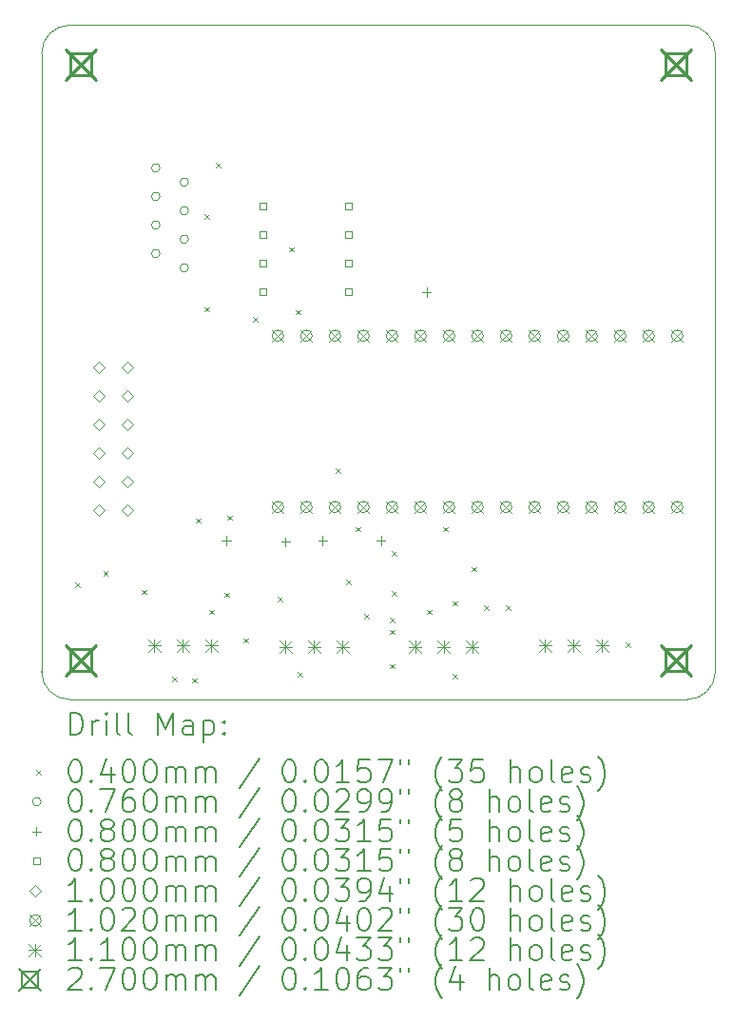
<source format=gbr>
%FSLAX45Y45*%
G04 Gerber Fmt 4.5, Leading zero omitted, Abs format (unit mm)*
G04 Created by KiCad (PCBNEW 6.0.6) date 2022-08-23 19:52:08*
%MOMM*%
%LPD*%
G01*
G04 APERTURE LIST*
%TA.AperFunction,Profile*%
%ADD10C,0.100000*%
%TD*%
%ADD11C,0.200000*%
%ADD12C,0.040000*%
%ADD13C,0.076000*%
%ADD14C,0.080000*%
%ADD15C,0.100000*%
%ADD16C,0.102000*%
%ADD17C,0.110000*%
%ADD18C,0.270000*%
G04 APERTURE END LIST*
D10*
X0Y-250000D02*
X0Y-5750000D01*
X6000000Y-250000D02*
G75*
G03*
X5750000Y0I-250000J0D01*
G01*
X250000Y-6000000D02*
X5750000Y-6000000D01*
X6000000Y-5750000D02*
X6000000Y-250000D01*
X5750000Y0D02*
X250000Y0D01*
X0Y-5750000D02*
G75*
G03*
X250000Y-6000000I250000J0D01*
G01*
X5750000Y-6000000D02*
G75*
G03*
X6000000Y-5750000I0J250000D01*
G01*
X250000Y0D02*
G75*
G03*
X0Y-250000I0J-250000D01*
G01*
D11*
D12*
X297500Y-4958400D02*
X337500Y-4998400D01*
X337500Y-4958400D02*
X297500Y-4998400D01*
X549116Y-4859185D02*
X589116Y-4899185D01*
X589116Y-4859185D02*
X549116Y-4899185D01*
X894400Y-5021900D02*
X934400Y-5061900D01*
X934400Y-5021900D02*
X894400Y-5061900D01*
X1161100Y-5796600D02*
X1201100Y-5836600D01*
X1201100Y-5796600D02*
X1161100Y-5836600D01*
X1338900Y-5809300D02*
X1378900Y-5849300D01*
X1378900Y-5809300D02*
X1338900Y-5849300D01*
X1377000Y-4386900D02*
X1417000Y-4426900D01*
X1417000Y-4386900D02*
X1377000Y-4426900D01*
X1453200Y-1681800D02*
X1493200Y-1721800D01*
X1493200Y-1681800D02*
X1453200Y-1721800D01*
X1453200Y-2507300D02*
X1493200Y-2547300D01*
X1493200Y-2507300D02*
X1453200Y-2547300D01*
X1491300Y-5199700D02*
X1531300Y-5239700D01*
X1531300Y-5199700D02*
X1491300Y-5239700D01*
X1554800Y-1224600D02*
X1594800Y-1264600D01*
X1594800Y-1224600D02*
X1554800Y-1264600D01*
X1631000Y-5047300D02*
X1671000Y-5087300D01*
X1671000Y-5047300D02*
X1631000Y-5087300D01*
X1656400Y-4361500D02*
X1696400Y-4401500D01*
X1696400Y-4361500D02*
X1656400Y-4401500D01*
X1796100Y-5453700D02*
X1836100Y-5493700D01*
X1836100Y-5453700D02*
X1796100Y-5493700D01*
X1885000Y-2596200D02*
X1925000Y-2636200D01*
X1925000Y-2596200D02*
X1885000Y-2636200D01*
X2100900Y-5085400D02*
X2140900Y-5125400D01*
X2140900Y-5085400D02*
X2100900Y-5125400D01*
X2202500Y-1973900D02*
X2242500Y-2013900D01*
X2242500Y-1973900D02*
X2202500Y-2013900D01*
X2266000Y-2532700D02*
X2306000Y-2572700D01*
X2306000Y-2532700D02*
X2266000Y-2572700D01*
X2278700Y-5757250D02*
X2318700Y-5797250D01*
X2318700Y-5757250D02*
X2278700Y-5797250D01*
X2621600Y-3942400D02*
X2661600Y-3982400D01*
X2661600Y-3942400D02*
X2621600Y-3982400D01*
X2711639Y-4935849D02*
X2751639Y-4975849D01*
X2751639Y-4935849D02*
X2711639Y-4975849D01*
X2799400Y-4463100D02*
X2839400Y-4503100D01*
X2839400Y-4463100D02*
X2799400Y-4503100D01*
X2875600Y-5237800D02*
X2915600Y-5277800D01*
X2915600Y-5237800D02*
X2875600Y-5277800D01*
X3099696Y-5270694D02*
X3139696Y-5310694D01*
X3139696Y-5270694D02*
X3099696Y-5310694D01*
X3101496Y-5378367D02*
X3141496Y-5418367D01*
X3141496Y-5378367D02*
X3101496Y-5418367D01*
X3104200Y-5682300D02*
X3144200Y-5722300D01*
X3144200Y-5682300D02*
X3104200Y-5722300D01*
X3116900Y-4679000D02*
X3156900Y-4719000D01*
X3156900Y-4679000D02*
X3116900Y-4719000D01*
X3116900Y-5034600D02*
X3156900Y-5074600D01*
X3156900Y-5034600D02*
X3116900Y-5074600D01*
X3434400Y-5199700D02*
X3474400Y-5239700D01*
X3474400Y-5199700D02*
X3434400Y-5239700D01*
X3574100Y-4463100D02*
X3614100Y-4503100D01*
X3614100Y-4463100D02*
X3574100Y-4503100D01*
X3663000Y-5123500D02*
X3703000Y-5163500D01*
X3703000Y-5123500D02*
X3663000Y-5163500D01*
X3663000Y-5771200D02*
X3703000Y-5811200D01*
X3703000Y-5771200D02*
X3663000Y-5811200D01*
X3828100Y-4818700D02*
X3868100Y-4858700D01*
X3868100Y-4818700D02*
X3828100Y-4858700D01*
X3942400Y-5161600D02*
X3982400Y-5201600D01*
X3982400Y-5161600D02*
X3942400Y-5201600D01*
X4132900Y-5161600D02*
X4172900Y-5201600D01*
X4172900Y-5161600D02*
X4132900Y-5201600D01*
X5199700Y-5491800D02*
X5239700Y-5531800D01*
X5239700Y-5491800D02*
X5199700Y-5531800D01*
D13*
X1054000Y-1270000D02*
G75*
G03*
X1054000Y-1270000I-38000J0D01*
G01*
X1054000Y-1524000D02*
G75*
G03*
X1054000Y-1524000I-38000J0D01*
G01*
X1054000Y-1778000D02*
G75*
G03*
X1054000Y-1778000I-38000J0D01*
G01*
X1054000Y-2032000D02*
G75*
G03*
X1054000Y-2032000I-38000J0D01*
G01*
X1308000Y-1397000D02*
G75*
G03*
X1308000Y-1397000I-38000J0D01*
G01*
X1308000Y-1651000D02*
G75*
G03*
X1308000Y-1651000I-38000J0D01*
G01*
X1308000Y-1905000D02*
G75*
G03*
X1308000Y-1905000I-38000J0D01*
G01*
X1308000Y-2159000D02*
G75*
G03*
X1308000Y-2159000I-38000J0D01*
G01*
D14*
X1644450Y-4544700D02*
X1644450Y-4624700D01*
X1604450Y-4584700D02*
X1684450Y-4584700D01*
X2171700Y-4557400D02*
X2171700Y-4637400D01*
X2131700Y-4597400D02*
X2211700Y-4597400D01*
X2501900Y-4544700D02*
X2501900Y-4624700D01*
X2461900Y-4584700D02*
X2541900Y-4584700D01*
X3022600Y-4544700D02*
X3022600Y-4624700D01*
X2982600Y-4584700D02*
X3062600Y-4584700D01*
X3429000Y-2334900D02*
X3429000Y-2414900D01*
X3389000Y-2374900D02*
X3469000Y-2374900D01*
X1998284Y-1640184D02*
X1998284Y-1583615D01*
X1941715Y-1583615D01*
X1941715Y-1640184D01*
X1998284Y-1640184D01*
X1998284Y-1894184D02*
X1998284Y-1837615D01*
X1941715Y-1837615D01*
X1941715Y-1894184D01*
X1998284Y-1894184D01*
X1998284Y-2148185D02*
X1998284Y-2091615D01*
X1941715Y-2091615D01*
X1941715Y-2148185D01*
X1998284Y-2148185D01*
X1998284Y-2402185D02*
X1998284Y-2345616D01*
X1941715Y-2345616D01*
X1941715Y-2402185D01*
X1998284Y-2402185D01*
X2760285Y-1640184D02*
X2760285Y-1583615D01*
X2703716Y-1583615D01*
X2703716Y-1640184D01*
X2760285Y-1640184D01*
X2760285Y-1894184D02*
X2760285Y-1837615D01*
X2703716Y-1837615D01*
X2703716Y-1894184D01*
X2760285Y-1894184D01*
X2760285Y-2148185D02*
X2760285Y-2091615D01*
X2703716Y-2091615D01*
X2703716Y-2148185D01*
X2760285Y-2148185D01*
X2760285Y-2402185D02*
X2760285Y-2345616D01*
X2703716Y-2345616D01*
X2703716Y-2402185D01*
X2760285Y-2402185D01*
D15*
X508000Y-3098000D02*
X558000Y-3048000D01*
X508000Y-2998000D01*
X458000Y-3048000D01*
X508000Y-3098000D01*
X508000Y-3352000D02*
X558000Y-3302000D01*
X508000Y-3252000D01*
X458000Y-3302000D01*
X508000Y-3352000D01*
X508000Y-3606000D02*
X558000Y-3556000D01*
X508000Y-3506000D01*
X458000Y-3556000D01*
X508000Y-3606000D01*
X508000Y-3860000D02*
X558000Y-3810000D01*
X508000Y-3760000D01*
X458000Y-3810000D01*
X508000Y-3860000D01*
X508000Y-4114000D02*
X558000Y-4064000D01*
X508000Y-4014000D01*
X458000Y-4064000D01*
X508000Y-4114000D01*
X508000Y-4368000D02*
X558000Y-4318000D01*
X508000Y-4268000D01*
X458000Y-4318000D01*
X508000Y-4368000D01*
X762000Y-3098000D02*
X812000Y-3048000D01*
X762000Y-2998000D01*
X712000Y-3048000D01*
X762000Y-3098000D01*
X762000Y-3352000D02*
X812000Y-3302000D01*
X762000Y-3252000D01*
X712000Y-3302000D01*
X762000Y-3352000D01*
X762000Y-3606000D02*
X812000Y-3556000D01*
X762000Y-3506000D01*
X712000Y-3556000D01*
X762000Y-3606000D01*
X762000Y-3860000D02*
X812000Y-3810000D01*
X762000Y-3760000D01*
X712000Y-3810000D01*
X762000Y-3860000D01*
X762000Y-4114000D02*
X812000Y-4064000D01*
X762000Y-4014000D01*
X712000Y-4064000D01*
X762000Y-4114000D01*
X762000Y-4368000D02*
X812000Y-4318000D01*
X762000Y-4268000D01*
X712000Y-4318000D01*
X762000Y-4368000D01*
D16*
X2053100Y-2712250D02*
X2155100Y-2814250D01*
X2155100Y-2712250D02*
X2053100Y-2814250D01*
X2155100Y-2763250D02*
G75*
G03*
X2155100Y-2763250I-51000J0D01*
G01*
X2053100Y-4236250D02*
X2155100Y-4338250D01*
X2155100Y-4236250D02*
X2053100Y-4338250D01*
X2155100Y-4287250D02*
G75*
G03*
X2155100Y-4287250I-51000J0D01*
G01*
X2307100Y-2712250D02*
X2409100Y-2814250D01*
X2409100Y-2712250D02*
X2307100Y-2814250D01*
X2409100Y-2763250D02*
G75*
G03*
X2409100Y-2763250I-51000J0D01*
G01*
X2307100Y-4236250D02*
X2409100Y-4338250D01*
X2409100Y-4236250D02*
X2307100Y-4338250D01*
X2409100Y-4287250D02*
G75*
G03*
X2409100Y-4287250I-51000J0D01*
G01*
X2561100Y-2712250D02*
X2663100Y-2814250D01*
X2663100Y-2712250D02*
X2561100Y-2814250D01*
X2663100Y-2763250D02*
G75*
G03*
X2663100Y-2763250I-51000J0D01*
G01*
X2561100Y-4236250D02*
X2663100Y-4338250D01*
X2663100Y-4236250D02*
X2561100Y-4338250D01*
X2663100Y-4287250D02*
G75*
G03*
X2663100Y-4287250I-51000J0D01*
G01*
X2815100Y-2712250D02*
X2917100Y-2814250D01*
X2917100Y-2712250D02*
X2815100Y-2814250D01*
X2917100Y-2763250D02*
G75*
G03*
X2917100Y-2763250I-51000J0D01*
G01*
X2815100Y-4236250D02*
X2917100Y-4338250D01*
X2917100Y-4236250D02*
X2815100Y-4338250D01*
X2917100Y-4287250D02*
G75*
G03*
X2917100Y-4287250I-51000J0D01*
G01*
X3069100Y-2712250D02*
X3171100Y-2814250D01*
X3171100Y-2712250D02*
X3069100Y-2814250D01*
X3171100Y-2763250D02*
G75*
G03*
X3171100Y-2763250I-51000J0D01*
G01*
X3069100Y-4236250D02*
X3171100Y-4338250D01*
X3171100Y-4236250D02*
X3069100Y-4338250D01*
X3171100Y-4287250D02*
G75*
G03*
X3171100Y-4287250I-51000J0D01*
G01*
X3323100Y-2712250D02*
X3425100Y-2814250D01*
X3425100Y-2712250D02*
X3323100Y-2814250D01*
X3425100Y-2763250D02*
G75*
G03*
X3425100Y-2763250I-51000J0D01*
G01*
X3323100Y-4236250D02*
X3425100Y-4338250D01*
X3425100Y-4236250D02*
X3323100Y-4338250D01*
X3425100Y-4287250D02*
G75*
G03*
X3425100Y-4287250I-51000J0D01*
G01*
X3577100Y-2712250D02*
X3679100Y-2814250D01*
X3679100Y-2712250D02*
X3577100Y-2814250D01*
X3679100Y-2763250D02*
G75*
G03*
X3679100Y-2763250I-51000J0D01*
G01*
X3577100Y-4236250D02*
X3679100Y-4338250D01*
X3679100Y-4236250D02*
X3577100Y-4338250D01*
X3679100Y-4287250D02*
G75*
G03*
X3679100Y-4287250I-51000J0D01*
G01*
X3831100Y-2712250D02*
X3933100Y-2814250D01*
X3933100Y-2712250D02*
X3831100Y-2814250D01*
X3933100Y-2763250D02*
G75*
G03*
X3933100Y-2763250I-51000J0D01*
G01*
X3831100Y-4236250D02*
X3933100Y-4338250D01*
X3933100Y-4236250D02*
X3831100Y-4338250D01*
X3933100Y-4287250D02*
G75*
G03*
X3933100Y-4287250I-51000J0D01*
G01*
X4085100Y-2712250D02*
X4187100Y-2814250D01*
X4187100Y-2712250D02*
X4085100Y-2814250D01*
X4187100Y-2763250D02*
G75*
G03*
X4187100Y-2763250I-51000J0D01*
G01*
X4085100Y-4236250D02*
X4187100Y-4338250D01*
X4187100Y-4236250D02*
X4085100Y-4338250D01*
X4187100Y-4287250D02*
G75*
G03*
X4187100Y-4287250I-51000J0D01*
G01*
X4339100Y-2712250D02*
X4441100Y-2814250D01*
X4441100Y-2712250D02*
X4339100Y-2814250D01*
X4441100Y-2763250D02*
G75*
G03*
X4441100Y-2763250I-51000J0D01*
G01*
X4339100Y-4236250D02*
X4441100Y-4338250D01*
X4441100Y-4236250D02*
X4339100Y-4338250D01*
X4441100Y-4287250D02*
G75*
G03*
X4441100Y-4287250I-51000J0D01*
G01*
X4593100Y-2712250D02*
X4695100Y-2814250D01*
X4695100Y-2712250D02*
X4593100Y-2814250D01*
X4695100Y-2763250D02*
G75*
G03*
X4695100Y-2763250I-51000J0D01*
G01*
X4593100Y-4236250D02*
X4695100Y-4338250D01*
X4695100Y-4236250D02*
X4593100Y-4338250D01*
X4695100Y-4287250D02*
G75*
G03*
X4695100Y-4287250I-51000J0D01*
G01*
X4847100Y-2712250D02*
X4949100Y-2814250D01*
X4949100Y-2712250D02*
X4847100Y-2814250D01*
X4949100Y-2763250D02*
G75*
G03*
X4949100Y-2763250I-51000J0D01*
G01*
X4847100Y-4236250D02*
X4949100Y-4338250D01*
X4949100Y-4236250D02*
X4847100Y-4338250D01*
X4949100Y-4287250D02*
G75*
G03*
X4949100Y-4287250I-51000J0D01*
G01*
X5101100Y-2712250D02*
X5203100Y-2814250D01*
X5203100Y-2712250D02*
X5101100Y-2814250D01*
X5203100Y-2763250D02*
G75*
G03*
X5203100Y-2763250I-51000J0D01*
G01*
X5101100Y-4236250D02*
X5203100Y-4338250D01*
X5203100Y-4236250D02*
X5101100Y-4338250D01*
X5203100Y-4287250D02*
G75*
G03*
X5203100Y-4287250I-51000J0D01*
G01*
X5355100Y-2712250D02*
X5457100Y-2814250D01*
X5457100Y-2712250D02*
X5355100Y-2814250D01*
X5457100Y-2763250D02*
G75*
G03*
X5457100Y-2763250I-51000J0D01*
G01*
X5355100Y-4236250D02*
X5457100Y-4338250D01*
X5457100Y-4236250D02*
X5355100Y-4338250D01*
X5457100Y-4287250D02*
G75*
G03*
X5457100Y-4287250I-51000J0D01*
G01*
X5609100Y-2712250D02*
X5711100Y-2814250D01*
X5711100Y-2712250D02*
X5609100Y-2814250D01*
X5711100Y-2763250D02*
G75*
G03*
X5711100Y-2763250I-51000J0D01*
G01*
X5609100Y-4236250D02*
X5711100Y-4338250D01*
X5711100Y-4236250D02*
X5609100Y-4338250D01*
X5711100Y-4287250D02*
G75*
G03*
X5711100Y-4287250I-51000J0D01*
G01*
D17*
X948300Y-5462400D02*
X1058300Y-5572400D01*
X1058300Y-5462400D02*
X948300Y-5572400D01*
X1003300Y-5462400D02*
X1003300Y-5572400D01*
X948300Y-5517400D02*
X1058300Y-5517400D01*
X1202300Y-5462400D02*
X1312300Y-5572400D01*
X1312300Y-5462400D02*
X1202300Y-5572400D01*
X1257300Y-5462400D02*
X1257300Y-5572400D01*
X1202300Y-5517400D02*
X1312300Y-5517400D01*
X1456300Y-5462400D02*
X1566300Y-5572400D01*
X1566300Y-5462400D02*
X1456300Y-5572400D01*
X1511300Y-5462400D02*
X1511300Y-5572400D01*
X1456300Y-5517400D02*
X1566300Y-5517400D01*
X2116700Y-5475100D02*
X2226700Y-5585100D01*
X2226700Y-5475100D02*
X2116700Y-5585100D01*
X2171700Y-5475100D02*
X2171700Y-5585100D01*
X2116700Y-5530100D02*
X2226700Y-5530100D01*
X2370700Y-5475100D02*
X2480700Y-5585100D01*
X2480700Y-5475100D02*
X2370700Y-5585100D01*
X2425700Y-5475100D02*
X2425700Y-5585100D01*
X2370700Y-5530100D02*
X2480700Y-5530100D01*
X2624700Y-5475100D02*
X2734700Y-5585100D01*
X2734700Y-5475100D02*
X2624700Y-5585100D01*
X2679700Y-5475100D02*
X2679700Y-5585100D01*
X2624700Y-5530100D02*
X2734700Y-5530100D01*
X3272400Y-5475100D02*
X3382400Y-5585100D01*
X3382400Y-5475100D02*
X3272400Y-5585100D01*
X3327400Y-5475100D02*
X3327400Y-5585100D01*
X3272400Y-5530100D02*
X3382400Y-5530100D01*
X3526400Y-5475100D02*
X3636400Y-5585100D01*
X3636400Y-5475100D02*
X3526400Y-5585100D01*
X3581400Y-5475100D02*
X3581400Y-5585100D01*
X3526400Y-5530100D02*
X3636400Y-5530100D01*
X3780400Y-5475100D02*
X3890400Y-5585100D01*
X3890400Y-5475100D02*
X3780400Y-5585100D01*
X3835400Y-5475100D02*
X3835400Y-5585100D01*
X3780400Y-5530100D02*
X3890400Y-5530100D01*
X4428100Y-5462400D02*
X4538100Y-5572400D01*
X4538100Y-5462400D02*
X4428100Y-5572400D01*
X4483100Y-5462400D02*
X4483100Y-5572400D01*
X4428100Y-5517400D02*
X4538100Y-5517400D01*
X4682100Y-5462400D02*
X4792100Y-5572400D01*
X4792100Y-5462400D02*
X4682100Y-5572400D01*
X4737100Y-5462400D02*
X4737100Y-5572400D01*
X4682100Y-5517400D02*
X4792100Y-5517400D01*
X4936100Y-5462400D02*
X5046100Y-5572400D01*
X5046100Y-5462400D02*
X4936100Y-5572400D01*
X4991100Y-5462400D02*
X4991100Y-5572400D01*
X4936100Y-5517400D02*
X5046100Y-5517400D01*
D18*
X215000Y-215000D02*
X485000Y-485000D01*
X485000Y-215000D02*
X215000Y-485000D01*
X445460Y-445460D02*
X445460Y-254540D01*
X254540Y-254540D01*
X254540Y-445460D01*
X445460Y-445460D01*
X215000Y-5515000D02*
X485000Y-5785000D01*
X485000Y-5515000D02*
X215000Y-5785000D01*
X445460Y-5745460D02*
X445460Y-5554540D01*
X254540Y-5554540D01*
X254540Y-5745460D01*
X445460Y-5745460D01*
X5515000Y-215000D02*
X5785000Y-485000D01*
X5785000Y-215000D02*
X5515000Y-485000D01*
X5745460Y-445460D02*
X5745460Y-254540D01*
X5554540Y-254540D01*
X5554540Y-445460D01*
X5745460Y-445460D01*
X5515000Y-5515000D02*
X5785000Y-5785000D01*
X5785000Y-5515000D02*
X5515000Y-5785000D01*
X5745460Y-5745460D02*
X5745460Y-5554540D01*
X5554540Y-5554540D01*
X5554540Y-5745460D01*
X5745460Y-5745460D01*
D11*
X252619Y-6315476D02*
X252619Y-6115476D01*
X300238Y-6115476D01*
X328810Y-6125000D01*
X347857Y-6144048D01*
X357381Y-6163095D01*
X366905Y-6201190D01*
X366905Y-6229762D01*
X357381Y-6267857D01*
X347857Y-6286905D01*
X328810Y-6305952D01*
X300238Y-6315476D01*
X252619Y-6315476D01*
X452619Y-6315476D02*
X452619Y-6182143D01*
X452619Y-6220238D02*
X462143Y-6201190D01*
X471667Y-6191667D01*
X490714Y-6182143D01*
X509762Y-6182143D01*
X576429Y-6315476D02*
X576429Y-6182143D01*
X576429Y-6115476D02*
X566905Y-6125000D01*
X576429Y-6134524D01*
X585952Y-6125000D01*
X576429Y-6115476D01*
X576429Y-6134524D01*
X700238Y-6315476D02*
X681190Y-6305952D01*
X671667Y-6286905D01*
X671667Y-6115476D01*
X805000Y-6315476D02*
X785952Y-6305952D01*
X776428Y-6286905D01*
X776428Y-6115476D01*
X1033571Y-6315476D02*
X1033571Y-6115476D01*
X1100238Y-6258333D01*
X1166905Y-6115476D01*
X1166905Y-6315476D01*
X1347857Y-6315476D02*
X1347857Y-6210714D01*
X1338333Y-6191667D01*
X1319286Y-6182143D01*
X1281190Y-6182143D01*
X1262143Y-6191667D01*
X1347857Y-6305952D02*
X1328810Y-6315476D01*
X1281190Y-6315476D01*
X1262143Y-6305952D01*
X1252619Y-6286905D01*
X1252619Y-6267857D01*
X1262143Y-6248809D01*
X1281190Y-6239286D01*
X1328810Y-6239286D01*
X1347857Y-6229762D01*
X1443095Y-6182143D02*
X1443095Y-6382143D01*
X1443095Y-6191667D02*
X1462143Y-6182143D01*
X1500238Y-6182143D01*
X1519286Y-6191667D01*
X1528809Y-6201190D01*
X1538333Y-6220238D01*
X1538333Y-6277381D01*
X1528809Y-6296428D01*
X1519286Y-6305952D01*
X1500238Y-6315476D01*
X1462143Y-6315476D01*
X1443095Y-6305952D01*
X1624048Y-6296428D02*
X1633571Y-6305952D01*
X1624048Y-6315476D01*
X1614524Y-6305952D01*
X1624048Y-6296428D01*
X1624048Y-6315476D01*
X1624048Y-6191667D02*
X1633571Y-6201190D01*
X1624048Y-6210714D01*
X1614524Y-6201190D01*
X1624048Y-6191667D01*
X1624048Y-6210714D01*
D12*
X-45000Y-6625000D02*
X-5000Y-6665000D01*
X-5000Y-6625000D02*
X-45000Y-6665000D01*
D11*
X290714Y-6535476D02*
X309762Y-6535476D01*
X328810Y-6545000D01*
X338333Y-6554524D01*
X347857Y-6573571D01*
X357381Y-6611667D01*
X357381Y-6659286D01*
X347857Y-6697381D01*
X338333Y-6716428D01*
X328810Y-6725952D01*
X309762Y-6735476D01*
X290714Y-6735476D01*
X271667Y-6725952D01*
X262143Y-6716428D01*
X252619Y-6697381D01*
X243095Y-6659286D01*
X243095Y-6611667D01*
X252619Y-6573571D01*
X262143Y-6554524D01*
X271667Y-6545000D01*
X290714Y-6535476D01*
X443095Y-6716428D02*
X452619Y-6725952D01*
X443095Y-6735476D01*
X433571Y-6725952D01*
X443095Y-6716428D01*
X443095Y-6735476D01*
X624048Y-6602143D02*
X624048Y-6735476D01*
X576429Y-6525952D02*
X528810Y-6668809D01*
X652619Y-6668809D01*
X766905Y-6535476D02*
X785952Y-6535476D01*
X805000Y-6545000D01*
X814524Y-6554524D01*
X824048Y-6573571D01*
X833571Y-6611667D01*
X833571Y-6659286D01*
X824048Y-6697381D01*
X814524Y-6716428D01*
X805000Y-6725952D01*
X785952Y-6735476D01*
X766905Y-6735476D01*
X747857Y-6725952D01*
X738333Y-6716428D01*
X728809Y-6697381D01*
X719286Y-6659286D01*
X719286Y-6611667D01*
X728809Y-6573571D01*
X738333Y-6554524D01*
X747857Y-6545000D01*
X766905Y-6535476D01*
X957381Y-6535476D02*
X976428Y-6535476D01*
X995476Y-6545000D01*
X1005000Y-6554524D01*
X1014524Y-6573571D01*
X1024048Y-6611667D01*
X1024048Y-6659286D01*
X1014524Y-6697381D01*
X1005000Y-6716428D01*
X995476Y-6725952D01*
X976428Y-6735476D01*
X957381Y-6735476D01*
X938333Y-6725952D01*
X928809Y-6716428D01*
X919286Y-6697381D01*
X909762Y-6659286D01*
X909762Y-6611667D01*
X919286Y-6573571D01*
X928809Y-6554524D01*
X938333Y-6545000D01*
X957381Y-6535476D01*
X1109762Y-6735476D02*
X1109762Y-6602143D01*
X1109762Y-6621190D02*
X1119286Y-6611667D01*
X1138333Y-6602143D01*
X1166905Y-6602143D01*
X1185952Y-6611667D01*
X1195476Y-6630714D01*
X1195476Y-6735476D01*
X1195476Y-6630714D02*
X1205000Y-6611667D01*
X1224048Y-6602143D01*
X1252619Y-6602143D01*
X1271667Y-6611667D01*
X1281190Y-6630714D01*
X1281190Y-6735476D01*
X1376429Y-6735476D02*
X1376429Y-6602143D01*
X1376429Y-6621190D02*
X1385952Y-6611667D01*
X1405000Y-6602143D01*
X1433571Y-6602143D01*
X1452619Y-6611667D01*
X1462143Y-6630714D01*
X1462143Y-6735476D01*
X1462143Y-6630714D02*
X1471667Y-6611667D01*
X1490714Y-6602143D01*
X1519286Y-6602143D01*
X1538333Y-6611667D01*
X1547857Y-6630714D01*
X1547857Y-6735476D01*
X1938333Y-6525952D02*
X1766905Y-6783095D01*
X2195476Y-6535476D02*
X2214524Y-6535476D01*
X2233571Y-6545000D01*
X2243095Y-6554524D01*
X2252619Y-6573571D01*
X2262143Y-6611667D01*
X2262143Y-6659286D01*
X2252619Y-6697381D01*
X2243095Y-6716428D01*
X2233571Y-6725952D01*
X2214524Y-6735476D01*
X2195476Y-6735476D01*
X2176429Y-6725952D01*
X2166905Y-6716428D01*
X2157381Y-6697381D01*
X2147857Y-6659286D01*
X2147857Y-6611667D01*
X2157381Y-6573571D01*
X2166905Y-6554524D01*
X2176429Y-6545000D01*
X2195476Y-6535476D01*
X2347857Y-6716428D02*
X2357381Y-6725952D01*
X2347857Y-6735476D01*
X2338333Y-6725952D01*
X2347857Y-6716428D01*
X2347857Y-6735476D01*
X2481190Y-6535476D02*
X2500238Y-6535476D01*
X2519286Y-6545000D01*
X2528810Y-6554524D01*
X2538333Y-6573571D01*
X2547857Y-6611667D01*
X2547857Y-6659286D01*
X2538333Y-6697381D01*
X2528810Y-6716428D01*
X2519286Y-6725952D01*
X2500238Y-6735476D01*
X2481190Y-6735476D01*
X2462143Y-6725952D01*
X2452619Y-6716428D01*
X2443095Y-6697381D01*
X2433571Y-6659286D01*
X2433571Y-6611667D01*
X2443095Y-6573571D01*
X2452619Y-6554524D01*
X2462143Y-6545000D01*
X2481190Y-6535476D01*
X2738333Y-6735476D02*
X2624048Y-6735476D01*
X2681190Y-6735476D02*
X2681190Y-6535476D01*
X2662143Y-6564048D01*
X2643095Y-6583095D01*
X2624048Y-6592619D01*
X2919286Y-6535476D02*
X2824048Y-6535476D01*
X2814524Y-6630714D01*
X2824048Y-6621190D01*
X2843095Y-6611667D01*
X2890714Y-6611667D01*
X2909762Y-6621190D01*
X2919286Y-6630714D01*
X2928809Y-6649762D01*
X2928809Y-6697381D01*
X2919286Y-6716428D01*
X2909762Y-6725952D01*
X2890714Y-6735476D01*
X2843095Y-6735476D01*
X2824048Y-6725952D01*
X2814524Y-6716428D01*
X2995476Y-6535476D02*
X3128809Y-6535476D01*
X3043095Y-6735476D01*
X3195476Y-6535476D02*
X3195476Y-6573571D01*
X3271667Y-6535476D02*
X3271667Y-6573571D01*
X3566905Y-6811667D02*
X3557381Y-6802143D01*
X3538333Y-6773571D01*
X3528809Y-6754524D01*
X3519286Y-6725952D01*
X3509762Y-6678333D01*
X3509762Y-6640238D01*
X3519286Y-6592619D01*
X3528809Y-6564048D01*
X3538333Y-6545000D01*
X3557381Y-6516428D01*
X3566905Y-6506905D01*
X3624048Y-6535476D02*
X3747857Y-6535476D01*
X3681190Y-6611667D01*
X3709762Y-6611667D01*
X3728809Y-6621190D01*
X3738333Y-6630714D01*
X3747857Y-6649762D01*
X3747857Y-6697381D01*
X3738333Y-6716428D01*
X3728809Y-6725952D01*
X3709762Y-6735476D01*
X3652619Y-6735476D01*
X3633571Y-6725952D01*
X3624048Y-6716428D01*
X3928809Y-6535476D02*
X3833571Y-6535476D01*
X3824048Y-6630714D01*
X3833571Y-6621190D01*
X3852619Y-6611667D01*
X3900238Y-6611667D01*
X3919286Y-6621190D01*
X3928809Y-6630714D01*
X3938333Y-6649762D01*
X3938333Y-6697381D01*
X3928809Y-6716428D01*
X3919286Y-6725952D01*
X3900238Y-6735476D01*
X3852619Y-6735476D01*
X3833571Y-6725952D01*
X3824048Y-6716428D01*
X4176428Y-6735476D02*
X4176428Y-6535476D01*
X4262143Y-6735476D02*
X4262143Y-6630714D01*
X4252619Y-6611667D01*
X4233571Y-6602143D01*
X4205000Y-6602143D01*
X4185952Y-6611667D01*
X4176428Y-6621190D01*
X4385952Y-6735476D02*
X4366905Y-6725952D01*
X4357381Y-6716428D01*
X4347857Y-6697381D01*
X4347857Y-6640238D01*
X4357381Y-6621190D01*
X4366905Y-6611667D01*
X4385952Y-6602143D01*
X4414524Y-6602143D01*
X4433571Y-6611667D01*
X4443095Y-6621190D01*
X4452619Y-6640238D01*
X4452619Y-6697381D01*
X4443095Y-6716428D01*
X4433571Y-6725952D01*
X4414524Y-6735476D01*
X4385952Y-6735476D01*
X4566905Y-6735476D02*
X4547857Y-6725952D01*
X4538333Y-6706905D01*
X4538333Y-6535476D01*
X4719286Y-6725952D02*
X4700238Y-6735476D01*
X4662143Y-6735476D01*
X4643095Y-6725952D01*
X4633571Y-6706905D01*
X4633571Y-6630714D01*
X4643095Y-6611667D01*
X4662143Y-6602143D01*
X4700238Y-6602143D01*
X4719286Y-6611667D01*
X4728810Y-6630714D01*
X4728810Y-6649762D01*
X4633571Y-6668809D01*
X4805000Y-6725952D02*
X4824048Y-6735476D01*
X4862143Y-6735476D01*
X4881190Y-6725952D01*
X4890714Y-6706905D01*
X4890714Y-6697381D01*
X4881190Y-6678333D01*
X4862143Y-6668809D01*
X4833571Y-6668809D01*
X4814524Y-6659286D01*
X4805000Y-6640238D01*
X4805000Y-6630714D01*
X4814524Y-6611667D01*
X4833571Y-6602143D01*
X4862143Y-6602143D01*
X4881190Y-6611667D01*
X4957381Y-6811667D02*
X4966905Y-6802143D01*
X4985952Y-6773571D01*
X4995476Y-6754524D01*
X5005000Y-6725952D01*
X5014524Y-6678333D01*
X5014524Y-6640238D01*
X5005000Y-6592619D01*
X4995476Y-6564048D01*
X4985952Y-6545000D01*
X4966905Y-6516428D01*
X4957381Y-6506905D01*
D13*
X-5000Y-6909000D02*
G75*
G03*
X-5000Y-6909000I-38000J0D01*
G01*
D11*
X290714Y-6799476D02*
X309762Y-6799476D01*
X328810Y-6809000D01*
X338333Y-6818524D01*
X347857Y-6837571D01*
X357381Y-6875667D01*
X357381Y-6923286D01*
X347857Y-6961381D01*
X338333Y-6980428D01*
X328810Y-6989952D01*
X309762Y-6999476D01*
X290714Y-6999476D01*
X271667Y-6989952D01*
X262143Y-6980428D01*
X252619Y-6961381D01*
X243095Y-6923286D01*
X243095Y-6875667D01*
X252619Y-6837571D01*
X262143Y-6818524D01*
X271667Y-6809000D01*
X290714Y-6799476D01*
X443095Y-6980428D02*
X452619Y-6989952D01*
X443095Y-6999476D01*
X433571Y-6989952D01*
X443095Y-6980428D01*
X443095Y-6999476D01*
X519286Y-6799476D02*
X652619Y-6799476D01*
X566905Y-6999476D01*
X814524Y-6799476D02*
X776428Y-6799476D01*
X757381Y-6809000D01*
X747857Y-6818524D01*
X728809Y-6847095D01*
X719286Y-6885190D01*
X719286Y-6961381D01*
X728809Y-6980428D01*
X738333Y-6989952D01*
X757381Y-6999476D01*
X795476Y-6999476D01*
X814524Y-6989952D01*
X824048Y-6980428D01*
X833571Y-6961381D01*
X833571Y-6913762D01*
X824048Y-6894714D01*
X814524Y-6885190D01*
X795476Y-6875667D01*
X757381Y-6875667D01*
X738333Y-6885190D01*
X728809Y-6894714D01*
X719286Y-6913762D01*
X957381Y-6799476D02*
X976428Y-6799476D01*
X995476Y-6809000D01*
X1005000Y-6818524D01*
X1014524Y-6837571D01*
X1024048Y-6875667D01*
X1024048Y-6923286D01*
X1014524Y-6961381D01*
X1005000Y-6980428D01*
X995476Y-6989952D01*
X976428Y-6999476D01*
X957381Y-6999476D01*
X938333Y-6989952D01*
X928809Y-6980428D01*
X919286Y-6961381D01*
X909762Y-6923286D01*
X909762Y-6875667D01*
X919286Y-6837571D01*
X928809Y-6818524D01*
X938333Y-6809000D01*
X957381Y-6799476D01*
X1109762Y-6999476D02*
X1109762Y-6866143D01*
X1109762Y-6885190D02*
X1119286Y-6875667D01*
X1138333Y-6866143D01*
X1166905Y-6866143D01*
X1185952Y-6875667D01*
X1195476Y-6894714D01*
X1195476Y-6999476D01*
X1195476Y-6894714D02*
X1205000Y-6875667D01*
X1224048Y-6866143D01*
X1252619Y-6866143D01*
X1271667Y-6875667D01*
X1281190Y-6894714D01*
X1281190Y-6999476D01*
X1376429Y-6999476D02*
X1376429Y-6866143D01*
X1376429Y-6885190D02*
X1385952Y-6875667D01*
X1405000Y-6866143D01*
X1433571Y-6866143D01*
X1452619Y-6875667D01*
X1462143Y-6894714D01*
X1462143Y-6999476D01*
X1462143Y-6894714D02*
X1471667Y-6875667D01*
X1490714Y-6866143D01*
X1519286Y-6866143D01*
X1538333Y-6875667D01*
X1547857Y-6894714D01*
X1547857Y-6999476D01*
X1938333Y-6789952D02*
X1766905Y-7047095D01*
X2195476Y-6799476D02*
X2214524Y-6799476D01*
X2233571Y-6809000D01*
X2243095Y-6818524D01*
X2252619Y-6837571D01*
X2262143Y-6875667D01*
X2262143Y-6923286D01*
X2252619Y-6961381D01*
X2243095Y-6980428D01*
X2233571Y-6989952D01*
X2214524Y-6999476D01*
X2195476Y-6999476D01*
X2176429Y-6989952D01*
X2166905Y-6980428D01*
X2157381Y-6961381D01*
X2147857Y-6923286D01*
X2147857Y-6875667D01*
X2157381Y-6837571D01*
X2166905Y-6818524D01*
X2176429Y-6809000D01*
X2195476Y-6799476D01*
X2347857Y-6980428D02*
X2357381Y-6989952D01*
X2347857Y-6999476D01*
X2338333Y-6989952D01*
X2347857Y-6980428D01*
X2347857Y-6999476D01*
X2481190Y-6799476D02*
X2500238Y-6799476D01*
X2519286Y-6809000D01*
X2528810Y-6818524D01*
X2538333Y-6837571D01*
X2547857Y-6875667D01*
X2547857Y-6923286D01*
X2538333Y-6961381D01*
X2528810Y-6980428D01*
X2519286Y-6989952D01*
X2500238Y-6999476D01*
X2481190Y-6999476D01*
X2462143Y-6989952D01*
X2452619Y-6980428D01*
X2443095Y-6961381D01*
X2433571Y-6923286D01*
X2433571Y-6875667D01*
X2443095Y-6837571D01*
X2452619Y-6818524D01*
X2462143Y-6809000D01*
X2481190Y-6799476D01*
X2624048Y-6818524D02*
X2633571Y-6809000D01*
X2652619Y-6799476D01*
X2700238Y-6799476D01*
X2719286Y-6809000D01*
X2728810Y-6818524D01*
X2738333Y-6837571D01*
X2738333Y-6856619D01*
X2728810Y-6885190D01*
X2614524Y-6999476D01*
X2738333Y-6999476D01*
X2833571Y-6999476D02*
X2871667Y-6999476D01*
X2890714Y-6989952D01*
X2900238Y-6980428D01*
X2919286Y-6951857D01*
X2928809Y-6913762D01*
X2928809Y-6837571D01*
X2919286Y-6818524D01*
X2909762Y-6809000D01*
X2890714Y-6799476D01*
X2852619Y-6799476D01*
X2833571Y-6809000D01*
X2824048Y-6818524D01*
X2814524Y-6837571D01*
X2814524Y-6885190D01*
X2824048Y-6904238D01*
X2833571Y-6913762D01*
X2852619Y-6923286D01*
X2890714Y-6923286D01*
X2909762Y-6913762D01*
X2919286Y-6904238D01*
X2928809Y-6885190D01*
X3024048Y-6999476D02*
X3062143Y-6999476D01*
X3081190Y-6989952D01*
X3090714Y-6980428D01*
X3109762Y-6951857D01*
X3119286Y-6913762D01*
X3119286Y-6837571D01*
X3109762Y-6818524D01*
X3100238Y-6809000D01*
X3081190Y-6799476D01*
X3043095Y-6799476D01*
X3024048Y-6809000D01*
X3014524Y-6818524D01*
X3005000Y-6837571D01*
X3005000Y-6885190D01*
X3014524Y-6904238D01*
X3024048Y-6913762D01*
X3043095Y-6923286D01*
X3081190Y-6923286D01*
X3100238Y-6913762D01*
X3109762Y-6904238D01*
X3119286Y-6885190D01*
X3195476Y-6799476D02*
X3195476Y-6837571D01*
X3271667Y-6799476D02*
X3271667Y-6837571D01*
X3566905Y-7075667D02*
X3557381Y-7066143D01*
X3538333Y-7037571D01*
X3528809Y-7018524D01*
X3519286Y-6989952D01*
X3509762Y-6942333D01*
X3509762Y-6904238D01*
X3519286Y-6856619D01*
X3528809Y-6828048D01*
X3538333Y-6809000D01*
X3557381Y-6780428D01*
X3566905Y-6770905D01*
X3671667Y-6885190D02*
X3652619Y-6875667D01*
X3643095Y-6866143D01*
X3633571Y-6847095D01*
X3633571Y-6837571D01*
X3643095Y-6818524D01*
X3652619Y-6809000D01*
X3671667Y-6799476D01*
X3709762Y-6799476D01*
X3728809Y-6809000D01*
X3738333Y-6818524D01*
X3747857Y-6837571D01*
X3747857Y-6847095D01*
X3738333Y-6866143D01*
X3728809Y-6875667D01*
X3709762Y-6885190D01*
X3671667Y-6885190D01*
X3652619Y-6894714D01*
X3643095Y-6904238D01*
X3633571Y-6923286D01*
X3633571Y-6961381D01*
X3643095Y-6980428D01*
X3652619Y-6989952D01*
X3671667Y-6999476D01*
X3709762Y-6999476D01*
X3728809Y-6989952D01*
X3738333Y-6980428D01*
X3747857Y-6961381D01*
X3747857Y-6923286D01*
X3738333Y-6904238D01*
X3728809Y-6894714D01*
X3709762Y-6885190D01*
X3985952Y-6999476D02*
X3985952Y-6799476D01*
X4071667Y-6999476D02*
X4071667Y-6894714D01*
X4062143Y-6875667D01*
X4043095Y-6866143D01*
X4014524Y-6866143D01*
X3995476Y-6875667D01*
X3985952Y-6885190D01*
X4195476Y-6999476D02*
X4176428Y-6989952D01*
X4166905Y-6980428D01*
X4157381Y-6961381D01*
X4157381Y-6904238D01*
X4166905Y-6885190D01*
X4176428Y-6875667D01*
X4195476Y-6866143D01*
X4224048Y-6866143D01*
X4243095Y-6875667D01*
X4252619Y-6885190D01*
X4262143Y-6904238D01*
X4262143Y-6961381D01*
X4252619Y-6980428D01*
X4243095Y-6989952D01*
X4224048Y-6999476D01*
X4195476Y-6999476D01*
X4376429Y-6999476D02*
X4357381Y-6989952D01*
X4347857Y-6970905D01*
X4347857Y-6799476D01*
X4528810Y-6989952D02*
X4509762Y-6999476D01*
X4471667Y-6999476D01*
X4452619Y-6989952D01*
X4443095Y-6970905D01*
X4443095Y-6894714D01*
X4452619Y-6875667D01*
X4471667Y-6866143D01*
X4509762Y-6866143D01*
X4528810Y-6875667D01*
X4538333Y-6894714D01*
X4538333Y-6913762D01*
X4443095Y-6932809D01*
X4614524Y-6989952D02*
X4633571Y-6999476D01*
X4671667Y-6999476D01*
X4690714Y-6989952D01*
X4700238Y-6970905D01*
X4700238Y-6961381D01*
X4690714Y-6942333D01*
X4671667Y-6932809D01*
X4643095Y-6932809D01*
X4624048Y-6923286D01*
X4614524Y-6904238D01*
X4614524Y-6894714D01*
X4624048Y-6875667D01*
X4643095Y-6866143D01*
X4671667Y-6866143D01*
X4690714Y-6875667D01*
X4766905Y-7075667D02*
X4776429Y-7066143D01*
X4795476Y-7037571D01*
X4805000Y-7018524D01*
X4814524Y-6989952D01*
X4824048Y-6942333D01*
X4824048Y-6904238D01*
X4814524Y-6856619D01*
X4805000Y-6828048D01*
X4795476Y-6809000D01*
X4776429Y-6780428D01*
X4766905Y-6770905D01*
D14*
X-45000Y-7133000D02*
X-45000Y-7213000D01*
X-85000Y-7173000D02*
X-5000Y-7173000D01*
D11*
X290714Y-7063476D02*
X309762Y-7063476D01*
X328810Y-7073000D01*
X338333Y-7082524D01*
X347857Y-7101571D01*
X357381Y-7139667D01*
X357381Y-7187286D01*
X347857Y-7225381D01*
X338333Y-7244428D01*
X328810Y-7253952D01*
X309762Y-7263476D01*
X290714Y-7263476D01*
X271667Y-7253952D01*
X262143Y-7244428D01*
X252619Y-7225381D01*
X243095Y-7187286D01*
X243095Y-7139667D01*
X252619Y-7101571D01*
X262143Y-7082524D01*
X271667Y-7073000D01*
X290714Y-7063476D01*
X443095Y-7244428D02*
X452619Y-7253952D01*
X443095Y-7263476D01*
X433571Y-7253952D01*
X443095Y-7244428D01*
X443095Y-7263476D01*
X566905Y-7149190D02*
X547857Y-7139667D01*
X538333Y-7130143D01*
X528810Y-7111095D01*
X528810Y-7101571D01*
X538333Y-7082524D01*
X547857Y-7073000D01*
X566905Y-7063476D01*
X605000Y-7063476D01*
X624048Y-7073000D01*
X633571Y-7082524D01*
X643095Y-7101571D01*
X643095Y-7111095D01*
X633571Y-7130143D01*
X624048Y-7139667D01*
X605000Y-7149190D01*
X566905Y-7149190D01*
X547857Y-7158714D01*
X538333Y-7168238D01*
X528810Y-7187286D01*
X528810Y-7225381D01*
X538333Y-7244428D01*
X547857Y-7253952D01*
X566905Y-7263476D01*
X605000Y-7263476D01*
X624048Y-7253952D01*
X633571Y-7244428D01*
X643095Y-7225381D01*
X643095Y-7187286D01*
X633571Y-7168238D01*
X624048Y-7158714D01*
X605000Y-7149190D01*
X766905Y-7063476D02*
X785952Y-7063476D01*
X805000Y-7073000D01*
X814524Y-7082524D01*
X824048Y-7101571D01*
X833571Y-7139667D01*
X833571Y-7187286D01*
X824048Y-7225381D01*
X814524Y-7244428D01*
X805000Y-7253952D01*
X785952Y-7263476D01*
X766905Y-7263476D01*
X747857Y-7253952D01*
X738333Y-7244428D01*
X728809Y-7225381D01*
X719286Y-7187286D01*
X719286Y-7139667D01*
X728809Y-7101571D01*
X738333Y-7082524D01*
X747857Y-7073000D01*
X766905Y-7063476D01*
X957381Y-7063476D02*
X976428Y-7063476D01*
X995476Y-7073000D01*
X1005000Y-7082524D01*
X1014524Y-7101571D01*
X1024048Y-7139667D01*
X1024048Y-7187286D01*
X1014524Y-7225381D01*
X1005000Y-7244428D01*
X995476Y-7253952D01*
X976428Y-7263476D01*
X957381Y-7263476D01*
X938333Y-7253952D01*
X928809Y-7244428D01*
X919286Y-7225381D01*
X909762Y-7187286D01*
X909762Y-7139667D01*
X919286Y-7101571D01*
X928809Y-7082524D01*
X938333Y-7073000D01*
X957381Y-7063476D01*
X1109762Y-7263476D02*
X1109762Y-7130143D01*
X1109762Y-7149190D02*
X1119286Y-7139667D01*
X1138333Y-7130143D01*
X1166905Y-7130143D01*
X1185952Y-7139667D01*
X1195476Y-7158714D01*
X1195476Y-7263476D01*
X1195476Y-7158714D02*
X1205000Y-7139667D01*
X1224048Y-7130143D01*
X1252619Y-7130143D01*
X1271667Y-7139667D01*
X1281190Y-7158714D01*
X1281190Y-7263476D01*
X1376429Y-7263476D02*
X1376429Y-7130143D01*
X1376429Y-7149190D02*
X1385952Y-7139667D01*
X1405000Y-7130143D01*
X1433571Y-7130143D01*
X1452619Y-7139667D01*
X1462143Y-7158714D01*
X1462143Y-7263476D01*
X1462143Y-7158714D02*
X1471667Y-7139667D01*
X1490714Y-7130143D01*
X1519286Y-7130143D01*
X1538333Y-7139667D01*
X1547857Y-7158714D01*
X1547857Y-7263476D01*
X1938333Y-7053952D02*
X1766905Y-7311095D01*
X2195476Y-7063476D02*
X2214524Y-7063476D01*
X2233571Y-7073000D01*
X2243095Y-7082524D01*
X2252619Y-7101571D01*
X2262143Y-7139667D01*
X2262143Y-7187286D01*
X2252619Y-7225381D01*
X2243095Y-7244428D01*
X2233571Y-7253952D01*
X2214524Y-7263476D01*
X2195476Y-7263476D01*
X2176429Y-7253952D01*
X2166905Y-7244428D01*
X2157381Y-7225381D01*
X2147857Y-7187286D01*
X2147857Y-7139667D01*
X2157381Y-7101571D01*
X2166905Y-7082524D01*
X2176429Y-7073000D01*
X2195476Y-7063476D01*
X2347857Y-7244428D02*
X2357381Y-7253952D01*
X2347857Y-7263476D01*
X2338333Y-7253952D01*
X2347857Y-7244428D01*
X2347857Y-7263476D01*
X2481190Y-7063476D02*
X2500238Y-7063476D01*
X2519286Y-7073000D01*
X2528810Y-7082524D01*
X2538333Y-7101571D01*
X2547857Y-7139667D01*
X2547857Y-7187286D01*
X2538333Y-7225381D01*
X2528810Y-7244428D01*
X2519286Y-7253952D01*
X2500238Y-7263476D01*
X2481190Y-7263476D01*
X2462143Y-7253952D01*
X2452619Y-7244428D01*
X2443095Y-7225381D01*
X2433571Y-7187286D01*
X2433571Y-7139667D01*
X2443095Y-7101571D01*
X2452619Y-7082524D01*
X2462143Y-7073000D01*
X2481190Y-7063476D01*
X2614524Y-7063476D02*
X2738333Y-7063476D01*
X2671667Y-7139667D01*
X2700238Y-7139667D01*
X2719286Y-7149190D01*
X2728810Y-7158714D01*
X2738333Y-7177762D01*
X2738333Y-7225381D01*
X2728810Y-7244428D01*
X2719286Y-7253952D01*
X2700238Y-7263476D01*
X2643095Y-7263476D01*
X2624048Y-7253952D01*
X2614524Y-7244428D01*
X2928809Y-7263476D02*
X2814524Y-7263476D01*
X2871667Y-7263476D02*
X2871667Y-7063476D01*
X2852619Y-7092048D01*
X2833571Y-7111095D01*
X2814524Y-7120619D01*
X3109762Y-7063476D02*
X3014524Y-7063476D01*
X3005000Y-7158714D01*
X3014524Y-7149190D01*
X3033571Y-7139667D01*
X3081190Y-7139667D01*
X3100238Y-7149190D01*
X3109762Y-7158714D01*
X3119286Y-7177762D01*
X3119286Y-7225381D01*
X3109762Y-7244428D01*
X3100238Y-7253952D01*
X3081190Y-7263476D01*
X3033571Y-7263476D01*
X3014524Y-7253952D01*
X3005000Y-7244428D01*
X3195476Y-7063476D02*
X3195476Y-7101571D01*
X3271667Y-7063476D02*
X3271667Y-7101571D01*
X3566905Y-7339667D02*
X3557381Y-7330143D01*
X3538333Y-7301571D01*
X3528809Y-7282524D01*
X3519286Y-7253952D01*
X3509762Y-7206333D01*
X3509762Y-7168238D01*
X3519286Y-7120619D01*
X3528809Y-7092048D01*
X3538333Y-7073000D01*
X3557381Y-7044428D01*
X3566905Y-7034905D01*
X3738333Y-7063476D02*
X3643095Y-7063476D01*
X3633571Y-7158714D01*
X3643095Y-7149190D01*
X3662143Y-7139667D01*
X3709762Y-7139667D01*
X3728809Y-7149190D01*
X3738333Y-7158714D01*
X3747857Y-7177762D01*
X3747857Y-7225381D01*
X3738333Y-7244428D01*
X3728809Y-7253952D01*
X3709762Y-7263476D01*
X3662143Y-7263476D01*
X3643095Y-7253952D01*
X3633571Y-7244428D01*
X3985952Y-7263476D02*
X3985952Y-7063476D01*
X4071667Y-7263476D02*
X4071667Y-7158714D01*
X4062143Y-7139667D01*
X4043095Y-7130143D01*
X4014524Y-7130143D01*
X3995476Y-7139667D01*
X3985952Y-7149190D01*
X4195476Y-7263476D02*
X4176428Y-7253952D01*
X4166905Y-7244428D01*
X4157381Y-7225381D01*
X4157381Y-7168238D01*
X4166905Y-7149190D01*
X4176428Y-7139667D01*
X4195476Y-7130143D01*
X4224048Y-7130143D01*
X4243095Y-7139667D01*
X4252619Y-7149190D01*
X4262143Y-7168238D01*
X4262143Y-7225381D01*
X4252619Y-7244428D01*
X4243095Y-7253952D01*
X4224048Y-7263476D01*
X4195476Y-7263476D01*
X4376429Y-7263476D02*
X4357381Y-7253952D01*
X4347857Y-7234905D01*
X4347857Y-7063476D01*
X4528810Y-7253952D02*
X4509762Y-7263476D01*
X4471667Y-7263476D01*
X4452619Y-7253952D01*
X4443095Y-7234905D01*
X4443095Y-7158714D01*
X4452619Y-7139667D01*
X4471667Y-7130143D01*
X4509762Y-7130143D01*
X4528810Y-7139667D01*
X4538333Y-7158714D01*
X4538333Y-7177762D01*
X4443095Y-7196809D01*
X4614524Y-7253952D02*
X4633571Y-7263476D01*
X4671667Y-7263476D01*
X4690714Y-7253952D01*
X4700238Y-7234905D01*
X4700238Y-7225381D01*
X4690714Y-7206333D01*
X4671667Y-7196809D01*
X4643095Y-7196809D01*
X4624048Y-7187286D01*
X4614524Y-7168238D01*
X4614524Y-7158714D01*
X4624048Y-7139667D01*
X4643095Y-7130143D01*
X4671667Y-7130143D01*
X4690714Y-7139667D01*
X4766905Y-7339667D02*
X4776429Y-7330143D01*
X4795476Y-7301571D01*
X4805000Y-7282524D01*
X4814524Y-7253952D01*
X4824048Y-7206333D01*
X4824048Y-7168238D01*
X4814524Y-7120619D01*
X4805000Y-7092048D01*
X4795476Y-7073000D01*
X4776429Y-7044428D01*
X4766905Y-7034905D01*
D14*
X-16716Y-7465284D02*
X-16716Y-7408715D01*
X-73285Y-7408715D01*
X-73285Y-7465284D01*
X-16716Y-7465284D01*
D11*
X290714Y-7327476D02*
X309762Y-7327476D01*
X328810Y-7337000D01*
X338333Y-7346524D01*
X347857Y-7365571D01*
X357381Y-7403667D01*
X357381Y-7451286D01*
X347857Y-7489381D01*
X338333Y-7508428D01*
X328810Y-7517952D01*
X309762Y-7527476D01*
X290714Y-7527476D01*
X271667Y-7517952D01*
X262143Y-7508428D01*
X252619Y-7489381D01*
X243095Y-7451286D01*
X243095Y-7403667D01*
X252619Y-7365571D01*
X262143Y-7346524D01*
X271667Y-7337000D01*
X290714Y-7327476D01*
X443095Y-7508428D02*
X452619Y-7517952D01*
X443095Y-7527476D01*
X433571Y-7517952D01*
X443095Y-7508428D01*
X443095Y-7527476D01*
X566905Y-7413190D02*
X547857Y-7403667D01*
X538333Y-7394143D01*
X528810Y-7375095D01*
X528810Y-7365571D01*
X538333Y-7346524D01*
X547857Y-7337000D01*
X566905Y-7327476D01*
X605000Y-7327476D01*
X624048Y-7337000D01*
X633571Y-7346524D01*
X643095Y-7365571D01*
X643095Y-7375095D01*
X633571Y-7394143D01*
X624048Y-7403667D01*
X605000Y-7413190D01*
X566905Y-7413190D01*
X547857Y-7422714D01*
X538333Y-7432238D01*
X528810Y-7451286D01*
X528810Y-7489381D01*
X538333Y-7508428D01*
X547857Y-7517952D01*
X566905Y-7527476D01*
X605000Y-7527476D01*
X624048Y-7517952D01*
X633571Y-7508428D01*
X643095Y-7489381D01*
X643095Y-7451286D01*
X633571Y-7432238D01*
X624048Y-7422714D01*
X605000Y-7413190D01*
X766905Y-7327476D02*
X785952Y-7327476D01*
X805000Y-7337000D01*
X814524Y-7346524D01*
X824048Y-7365571D01*
X833571Y-7403667D01*
X833571Y-7451286D01*
X824048Y-7489381D01*
X814524Y-7508428D01*
X805000Y-7517952D01*
X785952Y-7527476D01*
X766905Y-7527476D01*
X747857Y-7517952D01*
X738333Y-7508428D01*
X728809Y-7489381D01*
X719286Y-7451286D01*
X719286Y-7403667D01*
X728809Y-7365571D01*
X738333Y-7346524D01*
X747857Y-7337000D01*
X766905Y-7327476D01*
X957381Y-7327476D02*
X976428Y-7327476D01*
X995476Y-7337000D01*
X1005000Y-7346524D01*
X1014524Y-7365571D01*
X1024048Y-7403667D01*
X1024048Y-7451286D01*
X1014524Y-7489381D01*
X1005000Y-7508428D01*
X995476Y-7517952D01*
X976428Y-7527476D01*
X957381Y-7527476D01*
X938333Y-7517952D01*
X928809Y-7508428D01*
X919286Y-7489381D01*
X909762Y-7451286D01*
X909762Y-7403667D01*
X919286Y-7365571D01*
X928809Y-7346524D01*
X938333Y-7337000D01*
X957381Y-7327476D01*
X1109762Y-7527476D02*
X1109762Y-7394143D01*
X1109762Y-7413190D02*
X1119286Y-7403667D01*
X1138333Y-7394143D01*
X1166905Y-7394143D01*
X1185952Y-7403667D01*
X1195476Y-7422714D01*
X1195476Y-7527476D01*
X1195476Y-7422714D02*
X1205000Y-7403667D01*
X1224048Y-7394143D01*
X1252619Y-7394143D01*
X1271667Y-7403667D01*
X1281190Y-7422714D01*
X1281190Y-7527476D01*
X1376429Y-7527476D02*
X1376429Y-7394143D01*
X1376429Y-7413190D02*
X1385952Y-7403667D01*
X1405000Y-7394143D01*
X1433571Y-7394143D01*
X1452619Y-7403667D01*
X1462143Y-7422714D01*
X1462143Y-7527476D01*
X1462143Y-7422714D02*
X1471667Y-7403667D01*
X1490714Y-7394143D01*
X1519286Y-7394143D01*
X1538333Y-7403667D01*
X1547857Y-7422714D01*
X1547857Y-7527476D01*
X1938333Y-7317952D02*
X1766905Y-7575095D01*
X2195476Y-7327476D02*
X2214524Y-7327476D01*
X2233571Y-7337000D01*
X2243095Y-7346524D01*
X2252619Y-7365571D01*
X2262143Y-7403667D01*
X2262143Y-7451286D01*
X2252619Y-7489381D01*
X2243095Y-7508428D01*
X2233571Y-7517952D01*
X2214524Y-7527476D01*
X2195476Y-7527476D01*
X2176429Y-7517952D01*
X2166905Y-7508428D01*
X2157381Y-7489381D01*
X2147857Y-7451286D01*
X2147857Y-7403667D01*
X2157381Y-7365571D01*
X2166905Y-7346524D01*
X2176429Y-7337000D01*
X2195476Y-7327476D01*
X2347857Y-7508428D02*
X2357381Y-7517952D01*
X2347857Y-7527476D01*
X2338333Y-7517952D01*
X2347857Y-7508428D01*
X2347857Y-7527476D01*
X2481190Y-7327476D02*
X2500238Y-7327476D01*
X2519286Y-7337000D01*
X2528810Y-7346524D01*
X2538333Y-7365571D01*
X2547857Y-7403667D01*
X2547857Y-7451286D01*
X2538333Y-7489381D01*
X2528810Y-7508428D01*
X2519286Y-7517952D01*
X2500238Y-7527476D01*
X2481190Y-7527476D01*
X2462143Y-7517952D01*
X2452619Y-7508428D01*
X2443095Y-7489381D01*
X2433571Y-7451286D01*
X2433571Y-7403667D01*
X2443095Y-7365571D01*
X2452619Y-7346524D01*
X2462143Y-7337000D01*
X2481190Y-7327476D01*
X2614524Y-7327476D02*
X2738333Y-7327476D01*
X2671667Y-7403667D01*
X2700238Y-7403667D01*
X2719286Y-7413190D01*
X2728810Y-7422714D01*
X2738333Y-7441762D01*
X2738333Y-7489381D01*
X2728810Y-7508428D01*
X2719286Y-7517952D01*
X2700238Y-7527476D01*
X2643095Y-7527476D01*
X2624048Y-7517952D01*
X2614524Y-7508428D01*
X2928809Y-7527476D02*
X2814524Y-7527476D01*
X2871667Y-7527476D02*
X2871667Y-7327476D01*
X2852619Y-7356048D01*
X2833571Y-7375095D01*
X2814524Y-7384619D01*
X3109762Y-7327476D02*
X3014524Y-7327476D01*
X3005000Y-7422714D01*
X3014524Y-7413190D01*
X3033571Y-7403667D01*
X3081190Y-7403667D01*
X3100238Y-7413190D01*
X3109762Y-7422714D01*
X3119286Y-7441762D01*
X3119286Y-7489381D01*
X3109762Y-7508428D01*
X3100238Y-7517952D01*
X3081190Y-7527476D01*
X3033571Y-7527476D01*
X3014524Y-7517952D01*
X3005000Y-7508428D01*
X3195476Y-7327476D02*
X3195476Y-7365571D01*
X3271667Y-7327476D02*
X3271667Y-7365571D01*
X3566905Y-7603667D02*
X3557381Y-7594143D01*
X3538333Y-7565571D01*
X3528809Y-7546524D01*
X3519286Y-7517952D01*
X3509762Y-7470333D01*
X3509762Y-7432238D01*
X3519286Y-7384619D01*
X3528809Y-7356048D01*
X3538333Y-7337000D01*
X3557381Y-7308428D01*
X3566905Y-7298905D01*
X3671667Y-7413190D02*
X3652619Y-7403667D01*
X3643095Y-7394143D01*
X3633571Y-7375095D01*
X3633571Y-7365571D01*
X3643095Y-7346524D01*
X3652619Y-7337000D01*
X3671667Y-7327476D01*
X3709762Y-7327476D01*
X3728809Y-7337000D01*
X3738333Y-7346524D01*
X3747857Y-7365571D01*
X3747857Y-7375095D01*
X3738333Y-7394143D01*
X3728809Y-7403667D01*
X3709762Y-7413190D01*
X3671667Y-7413190D01*
X3652619Y-7422714D01*
X3643095Y-7432238D01*
X3633571Y-7451286D01*
X3633571Y-7489381D01*
X3643095Y-7508428D01*
X3652619Y-7517952D01*
X3671667Y-7527476D01*
X3709762Y-7527476D01*
X3728809Y-7517952D01*
X3738333Y-7508428D01*
X3747857Y-7489381D01*
X3747857Y-7451286D01*
X3738333Y-7432238D01*
X3728809Y-7422714D01*
X3709762Y-7413190D01*
X3985952Y-7527476D02*
X3985952Y-7327476D01*
X4071667Y-7527476D02*
X4071667Y-7422714D01*
X4062143Y-7403667D01*
X4043095Y-7394143D01*
X4014524Y-7394143D01*
X3995476Y-7403667D01*
X3985952Y-7413190D01*
X4195476Y-7527476D02*
X4176428Y-7517952D01*
X4166905Y-7508428D01*
X4157381Y-7489381D01*
X4157381Y-7432238D01*
X4166905Y-7413190D01*
X4176428Y-7403667D01*
X4195476Y-7394143D01*
X4224048Y-7394143D01*
X4243095Y-7403667D01*
X4252619Y-7413190D01*
X4262143Y-7432238D01*
X4262143Y-7489381D01*
X4252619Y-7508428D01*
X4243095Y-7517952D01*
X4224048Y-7527476D01*
X4195476Y-7527476D01*
X4376429Y-7527476D02*
X4357381Y-7517952D01*
X4347857Y-7498905D01*
X4347857Y-7327476D01*
X4528810Y-7517952D02*
X4509762Y-7527476D01*
X4471667Y-7527476D01*
X4452619Y-7517952D01*
X4443095Y-7498905D01*
X4443095Y-7422714D01*
X4452619Y-7403667D01*
X4471667Y-7394143D01*
X4509762Y-7394143D01*
X4528810Y-7403667D01*
X4538333Y-7422714D01*
X4538333Y-7441762D01*
X4443095Y-7460809D01*
X4614524Y-7517952D02*
X4633571Y-7527476D01*
X4671667Y-7527476D01*
X4690714Y-7517952D01*
X4700238Y-7498905D01*
X4700238Y-7489381D01*
X4690714Y-7470333D01*
X4671667Y-7460809D01*
X4643095Y-7460809D01*
X4624048Y-7451286D01*
X4614524Y-7432238D01*
X4614524Y-7422714D01*
X4624048Y-7403667D01*
X4643095Y-7394143D01*
X4671667Y-7394143D01*
X4690714Y-7403667D01*
X4766905Y-7603667D02*
X4776429Y-7594143D01*
X4795476Y-7565571D01*
X4805000Y-7546524D01*
X4814524Y-7517952D01*
X4824048Y-7470333D01*
X4824048Y-7432238D01*
X4814524Y-7384619D01*
X4805000Y-7356048D01*
X4795476Y-7337000D01*
X4776429Y-7308428D01*
X4766905Y-7298905D01*
D15*
X-55000Y-7751000D02*
X-5000Y-7701000D01*
X-55000Y-7651000D01*
X-105000Y-7701000D01*
X-55000Y-7751000D01*
D11*
X357381Y-7791476D02*
X243095Y-7791476D01*
X300238Y-7791476D02*
X300238Y-7591476D01*
X281190Y-7620048D01*
X262143Y-7639095D01*
X243095Y-7648619D01*
X443095Y-7772428D02*
X452619Y-7781952D01*
X443095Y-7791476D01*
X433571Y-7781952D01*
X443095Y-7772428D01*
X443095Y-7791476D01*
X576429Y-7591476D02*
X595476Y-7591476D01*
X614524Y-7601000D01*
X624048Y-7610524D01*
X633571Y-7629571D01*
X643095Y-7667667D01*
X643095Y-7715286D01*
X633571Y-7753381D01*
X624048Y-7772428D01*
X614524Y-7781952D01*
X595476Y-7791476D01*
X576429Y-7791476D01*
X557381Y-7781952D01*
X547857Y-7772428D01*
X538333Y-7753381D01*
X528810Y-7715286D01*
X528810Y-7667667D01*
X538333Y-7629571D01*
X547857Y-7610524D01*
X557381Y-7601000D01*
X576429Y-7591476D01*
X766905Y-7591476D02*
X785952Y-7591476D01*
X805000Y-7601000D01*
X814524Y-7610524D01*
X824048Y-7629571D01*
X833571Y-7667667D01*
X833571Y-7715286D01*
X824048Y-7753381D01*
X814524Y-7772428D01*
X805000Y-7781952D01*
X785952Y-7791476D01*
X766905Y-7791476D01*
X747857Y-7781952D01*
X738333Y-7772428D01*
X728809Y-7753381D01*
X719286Y-7715286D01*
X719286Y-7667667D01*
X728809Y-7629571D01*
X738333Y-7610524D01*
X747857Y-7601000D01*
X766905Y-7591476D01*
X957381Y-7591476D02*
X976428Y-7591476D01*
X995476Y-7601000D01*
X1005000Y-7610524D01*
X1014524Y-7629571D01*
X1024048Y-7667667D01*
X1024048Y-7715286D01*
X1014524Y-7753381D01*
X1005000Y-7772428D01*
X995476Y-7781952D01*
X976428Y-7791476D01*
X957381Y-7791476D01*
X938333Y-7781952D01*
X928809Y-7772428D01*
X919286Y-7753381D01*
X909762Y-7715286D01*
X909762Y-7667667D01*
X919286Y-7629571D01*
X928809Y-7610524D01*
X938333Y-7601000D01*
X957381Y-7591476D01*
X1109762Y-7791476D02*
X1109762Y-7658143D01*
X1109762Y-7677190D02*
X1119286Y-7667667D01*
X1138333Y-7658143D01*
X1166905Y-7658143D01*
X1185952Y-7667667D01*
X1195476Y-7686714D01*
X1195476Y-7791476D01*
X1195476Y-7686714D02*
X1205000Y-7667667D01*
X1224048Y-7658143D01*
X1252619Y-7658143D01*
X1271667Y-7667667D01*
X1281190Y-7686714D01*
X1281190Y-7791476D01*
X1376429Y-7791476D02*
X1376429Y-7658143D01*
X1376429Y-7677190D02*
X1385952Y-7667667D01*
X1405000Y-7658143D01*
X1433571Y-7658143D01*
X1452619Y-7667667D01*
X1462143Y-7686714D01*
X1462143Y-7791476D01*
X1462143Y-7686714D02*
X1471667Y-7667667D01*
X1490714Y-7658143D01*
X1519286Y-7658143D01*
X1538333Y-7667667D01*
X1547857Y-7686714D01*
X1547857Y-7791476D01*
X1938333Y-7581952D02*
X1766905Y-7839095D01*
X2195476Y-7591476D02*
X2214524Y-7591476D01*
X2233571Y-7601000D01*
X2243095Y-7610524D01*
X2252619Y-7629571D01*
X2262143Y-7667667D01*
X2262143Y-7715286D01*
X2252619Y-7753381D01*
X2243095Y-7772428D01*
X2233571Y-7781952D01*
X2214524Y-7791476D01*
X2195476Y-7791476D01*
X2176429Y-7781952D01*
X2166905Y-7772428D01*
X2157381Y-7753381D01*
X2147857Y-7715286D01*
X2147857Y-7667667D01*
X2157381Y-7629571D01*
X2166905Y-7610524D01*
X2176429Y-7601000D01*
X2195476Y-7591476D01*
X2347857Y-7772428D02*
X2357381Y-7781952D01*
X2347857Y-7791476D01*
X2338333Y-7781952D01*
X2347857Y-7772428D01*
X2347857Y-7791476D01*
X2481190Y-7591476D02*
X2500238Y-7591476D01*
X2519286Y-7601000D01*
X2528810Y-7610524D01*
X2538333Y-7629571D01*
X2547857Y-7667667D01*
X2547857Y-7715286D01*
X2538333Y-7753381D01*
X2528810Y-7772428D01*
X2519286Y-7781952D01*
X2500238Y-7791476D01*
X2481190Y-7791476D01*
X2462143Y-7781952D01*
X2452619Y-7772428D01*
X2443095Y-7753381D01*
X2433571Y-7715286D01*
X2433571Y-7667667D01*
X2443095Y-7629571D01*
X2452619Y-7610524D01*
X2462143Y-7601000D01*
X2481190Y-7591476D01*
X2614524Y-7591476D02*
X2738333Y-7591476D01*
X2671667Y-7667667D01*
X2700238Y-7667667D01*
X2719286Y-7677190D01*
X2728810Y-7686714D01*
X2738333Y-7705762D01*
X2738333Y-7753381D01*
X2728810Y-7772428D01*
X2719286Y-7781952D01*
X2700238Y-7791476D01*
X2643095Y-7791476D01*
X2624048Y-7781952D01*
X2614524Y-7772428D01*
X2833571Y-7791476D02*
X2871667Y-7791476D01*
X2890714Y-7781952D01*
X2900238Y-7772428D01*
X2919286Y-7743857D01*
X2928809Y-7705762D01*
X2928809Y-7629571D01*
X2919286Y-7610524D01*
X2909762Y-7601000D01*
X2890714Y-7591476D01*
X2852619Y-7591476D01*
X2833571Y-7601000D01*
X2824048Y-7610524D01*
X2814524Y-7629571D01*
X2814524Y-7677190D01*
X2824048Y-7696238D01*
X2833571Y-7705762D01*
X2852619Y-7715286D01*
X2890714Y-7715286D01*
X2909762Y-7705762D01*
X2919286Y-7696238D01*
X2928809Y-7677190D01*
X3100238Y-7658143D02*
X3100238Y-7791476D01*
X3052619Y-7581952D02*
X3005000Y-7724809D01*
X3128809Y-7724809D01*
X3195476Y-7591476D02*
X3195476Y-7629571D01*
X3271667Y-7591476D02*
X3271667Y-7629571D01*
X3566905Y-7867667D02*
X3557381Y-7858143D01*
X3538333Y-7829571D01*
X3528809Y-7810524D01*
X3519286Y-7781952D01*
X3509762Y-7734333D01*
X3509762Y-7696238D01*
X3519286Y-7648619D01*
X3528809Y-7620048D01*
X3538333Y-7601000D01*
X3557381Y-7572428D01*
X3566905Y-7562905D01*
X3747857Y-7791476D02*
X3633571Y-7791476D01*
X3690714Y-7791476D02*
X3690714Y-7591476D01*
X3671667Y-7620048D01*
X3652619Y-7639095D01*
X3633571Y-7648619D01*
X3824048Y-7610524D02*
X3833571Y-7601000D01*
X3852619Y-7591476D01*
X3900238Y-7591476D01*
X3919286Y-7601000D01*
X3928809Y-7610524D01*
X3938333Y-7629571D01*
X3938333Y-7648619D01*
X3928809Y-7677190D01*
X3814524Y-7791476D01*
X3938333Y-7791476D01*
X4176428Y-7791476D02*
X4176428Y-7591476D01*
X4262143Y-7791476D02*
X4262143Y-7686714D01*
X4252619Y-7667667D01*
X4233571Y-7658143D01*
X4205000Y-7658143D01*
X4185952Y-7667667D01*
X4176428Y-7677190D01*
X4385952Y-7791476D02*
X4366905Y-7781952D01*
X4357381Y-7772428D01*
X4347857Y-7753381D01*
X4347857Y-7696238D01*
X4357381Y-7677190D01*
X4366905Y-7667667D01*
X4385952Y-7658143D01*
X4414524Y-7658143D01*
X4433571Y-7667667D01*
X4443095Y-7677190D01*
X4452619Y-7696238D01*
X4452619Y-7753381D01*
X4443095Y-7772428D01*
X4433571Y-7781952D01*
X4414524Y-7791476D01*
X4385952Y-7791476D01*
X4566905Y-7791476D02*
X4547857Y-7781952D01*
X4538333Y-7762905D01*
X4538333Y-7591476D01*
X4719286Y-7781952D02*
X4700238Y-7791476D01*
X4662143Y-7791476D01*
X4643095Y-7781952D01*
X4633571Y-7762905D01*
X4633571Y-7686714D01*
X4643095Y-7667667D01*
X4662143Y-7658143D01*
X4700238Y-7658143D01*
X4719286Y-7667667D01*
X4728810Y-7686714D01*
X4728810Y-7705762D01*
X4633571Y-7724809D01*
X4805000Y-7781952D02*
X4824048Y-7791476D01*
X4862143Y-7791476D01*
X4881190Y-7781952D01*
X4890714Y-7762905D01*
X4890714Y-7753381D01*
X4881190Y-7734333D01*
X4862143Y-7724809D01*
X4833571Y-7724809D01*
X4814524Y-7715286D01*
X4805000Y-7696238D01*
X4805000Y-7686714D01*
X4814524Y-7667667D01*
X4833571Y-7658143D01*
X4862143Y-7658143D01*
X4881190Y-7667667D01*
X4957381Y-7867667D02*
X4966905Y-7858143D01*
X4985952Y-7829571D01*
X4995476Y-7810524D01*
X5005000Y-7781952D01*
X5014524Y-7734333D01*
X5014524Y-7696238D01*
X5005000Y-7648619D01*
X4995476Y-7620048D01*
X4985952Y-7601000D01*
X4966905Y-7572428D01*
X4957381Y-7562905D01*
D16*
X-107000Y-7914000D02*
X-5000Y-8016000D01*
X-5000Y-7914000D02*
X-107000Y-8016000D01*
X-5000Y-7965000D02*
G75*
G03*
X-5000Y-7965000I-51000J0D01*
G01*
D11*
X357381Y-8055476D02*
X243095Y-8055476D01*
X300238Y-8055476D02*
X300238Y-7855476D01*
X281190Y-7884048D01*
X262143Y-7903095D01*
X243095Y-7912619D01*
X443095Y-8036428D02*
X452619Y-8045952D01*
X443095Y-8055476D01*
X433571Y-8045952D01*
X443095Y-8036428D01*
X443095Y-8055476D01*
X576429Y-7855476D02*
X595476Y-7855476D01*
X614524Y-7865000D01*
X624048Y-7874524D01*
X633571Y-7893571D01*
X643095Y-7931667D01*
X643095Y-7979286D01*
X633571Y-8017381D01*
X624048Y-8036428D01*
X614524Y-8045952D01*
X595476Y-8055476D01*
X576429Y-8055476D01*
X557381Y-8045952D01*
X547857Y-8036428D01*
X538333Y-8017381D01*
X528810Y-7979286D01*
X528810Y-7931667D01*
X538333Y-7893571D01*
X547857Y-7874524D01*
X557381Y-7865000D01*
X576429Y-7855476D01*
X719286Y-7874524D02*
X728809Y-7865000D01*
X747857Y-7855476D01*
X795476Y-7855476D01*
X814524Y-7865000D01*
X824048Y-7874524D01*
X833571Y-7893571D01*
X833571Y-7912619D01*
X824048Y-7941190D01*
X709762Y-8055476D01*
X833571Y-8055476D01*
X957381Y-7855476D02*
X976428Y-7855476D01*
X995476Y-7865000D01*
X1005000Y-7874524D01*
X1014524Y-7893571D01*
X1024048Y-7931667D01*
X1024048Y-7979286D01*
X1014524Y-8017381D01*
X1005000Y-8036428D01*
X995476Y-8045952D01*
X976428Y-8055476D01*
X957381Y-8055476D01*
X938333Y-8045952D01*
X928809Y-8036428D01*
X919286Y-8017381D01*
X909762Y-7979286D01*
X909762Y-7931667D01*
X919286Y-7893571D01*
X928809Y-7874524D01*
X938333Y-7865000D01*
X957381Y-7855476D01*
X1109762Y-8055476D02*
X1109762Y-7922143D01*
X1109762Y-7941190D02*
X1119286Y-7931667D01*
X1138333Y-7922143D01*
X1166905Y-7922143D01*
X1185952Y-7931667D01*
X1195476Y-7950714D01*
X1195476Y-8055476D01*
X1195476Y-7950714D02*
X1205000Y-7931667D01*
X1224048Y-7922143D01*
X1252619Y-7922143D01*
X1271667Y-7931667D01*
X1281190Y-7950714D01*
X1281190Y-8055476D01*
X1376429Y-8055476D02*
X1376429Y-7922143D01*
X1376429Y-7941190D02*
X1385952Y-7931667D01*
X1405000Y-7922143D01*
X1433571Y-7922143D01*
X1452619Y-7931667D01*
X1462143Y-7950714D01*
X1462143Y-8055476D01*
X1462143Y-7950714D02*
X1471667Y-7931667D01*
X1490714Y-7922143D01*
X1519286Y-7922143D01*
X1538333Y-7931667D01*
X1547857Y-7950714D01*
X1547857Y-8055476D01*
X1938333Y-7845952D02*
X1766905Y-8103095D01*
X2195476Y-7855476D02*
X2214524Y-7855476D01*
X2233571Y-7865000D01*
X2243095Y-7874524D01*
X2252619Y-7893571D01*
X2262143Y-7931667D01*
X2262143Y-7979286D01*
X2252619Y-8017381D01*
X2243095Y-8036428D01*
X2233571Y-8045952D01*
X2214524Y-8055476D01*
X2195476Y-8055476D01*
X2176429Y-8045952D01*
X2166905Y-8036428D01*
X2157381Y-8017381D01*
X2147857Y-7979286D01*
X2147857Y-7931667D01*
X2157381Y-7893571D01*
X2166905Y-7874524D01*
X2176429Y-7865000D01*
X2195476Y-7855476D01*
X2347857Y-8036428D02*
X2357381Y-8045952D01*
X2347857Y-8055476D01*
X2338333Y-8045952D01*
X2347857Y-8036428D01*
X2347857Y-8055476D01*
X2481190Y-7855476D02*
X2500238Y-7855476D01*
X2519286Y-7865000D01*
X2528810Y-7874524D01*
X2538333Y-7893571D01*
X2547857Y-7931667D01*
X2547857Y-7979286D01*
X2538333Y-8017381D01*
X2528810Y-8036428D01*
X2519286Y-8045952D01*
X2500238Y-8055476D01*
X2481190Y-8055476D01*
X2462143Y-8045952D01*
X2452619Y-8036428D01*
X2443095Y-8017381D01*
X2433571Y-7979286D01*
X2433571Y-7931667D01*
X2443095Y-7893571D01*
X2452619Y-7874524D01*
X2462143Y-7865000D01*
X2481190Y-7855476D01*
X2719286Y-7922143D02*
X2719286Y-8055476D01*
X2671667Y-7845952D02*
X2624048Y-7988809D01*
X2747857Y-7988809D01*
X2862143Y-7855476D02*
X2881190Y-7855476D01*
X2900238Y-7865000D01*
X2909762Y-7874524D01*
X2919286Y-7893571D01*
X2928809Y-7931667D01*
X2928809Y-7979286D01*
X2919286Y-8017381D01*
X2909762Y-8036428D01*
X2900238Y-8045952D01*
X2881190Y-8055476D01*
X2862143Y-8055476D01*
X2843095Y-8045952D01*
X2833571Y-8036428D01*
X2824048Y-8017381D01*
X2814524Y-7979286D01*
X2814524Y-7931667D01*
X2824048Y-7893571D01*
X2833571Y-7874524D01*
X2843095Y-7865000D01*
X2862143Y-7855476D01*
X3005000Y-7874524D02*
X3014524Y-7865000D01*
X3033571Y-7855476D01*
X3081190Y-7855476D01*
X3100238Y-7865000D01*
X3109762Y-7874524D01*
X3119286Y-7893571D01*
X3119286Y-7912619D01*
X3109762Y-7941190D01*
X2995476Y-8055476D01*
X3119286Y-8055476D01*
X3195476Y-7855476D02*
X3195476Y-7893571D01*
X3271667Y-7855476D02*
X3271667Y-7893571D01*
X3566905Y-8131667D02*
X3557381Y-8122143D01*
X3538333Y-8093571D01*
X3528809Y-8074524D01*
X3519286Y-8045952D01*
X3509762Y-7998333D01*
X3509762Y-7960238D01*
X3519286Y-7912619D01*
X3528809Y-7884048D01*
X3538333Y-7865000D01*
X3557381Y-7836428D01*
X3566905Y-7826905D01*
X3624048Y-7855476D02*
X3747857Y-7855476D01*
X3681190Y-7931667D01*
X3709762Y-7931667D01*
X3728809Y-7941190D01*
X3738333Y-7950714D01*
X3747857Y-7969762D01*
X3747857Y-8017381D01*
X3738333Y-8036428D01*
X3728809Y-8045952D01*
X3709762Y-8055476D01*
X3652619Y-8055476D01*
X3633571Y-8045952D01*
X3624048Y-8036428D01*
X3871667Y-7855476D02*
X3890714Y-7855476D01*
X3909762Y-7865000D01*
X3919286Y-7874524D01*
X3928809Y-7893571D01*
X3938333Y-7931667D01*
X3938333Y-7979286D01*
X3928809Y-8017381D01*
X3919286Y-8036428D01*
X3909762Y-8045952D01*
X3890714Y-8055476D01*
X3871667Y-8055476D01*
X3852619Y-8045952D01*
X3843095Y-8036428D01*
X3833571Y-8017381D01*
X3824048Y-7979286D01*
X3824048Y-7931667D01*
X3833571Y-7893571D01*
X3843095Y-7874524D01*
X3852619Y-7865000D01*
X3871667Y-7855476D01*
X4176428Y-8055476D02*
X4176428Y-7855476D01*
X4262143Y-8055476D02*
X4262143Y-7950714D01*
X4252619Y-7931667D01*
X4233571Y-7922143D01*
X4205000Y-7922143D01*
X4185952Y-7931667D01*
X4176428Y-7941190D01*
X4385952Y-8055476D02*
X4366905Y-8045952D01*
X4357381Y-8036428D01*
X4347857Y-8017381D01*
X4347857Y-7960238D01*
X4357381Y-7941190D01*
X4366905Y-7931667D01*
X4385952Y-7922143D01*
X4414524Y-7922143D01*
X4433571Y-7931667D01*
X4443095Y-7941190D01*
X4452619Y-7960238D01*
X4452619Y-8017381D01*
X4443095Y-8036428D01*
X4433571Y-8045952D01*
X4414524Y-8055476D01*
X4385952Y-8055476D01*
X4566905Y-8055476D02*
X4547857Y-8045952D01*
X4538333Y-8026905D01*
X4538333Y-7855476D01*
X4719286Y-8045952D02*
X4700238Y-8055476D01*
X4662143Y-8055476D01*
X4643095Y-8045952D01*
X4633571Y-8026905D01*
X4633571Y-7950714D01*
X4643095Y-7931667D01*
X4662143Y-7922143D01*
X4700238Y-7922143D01*
X4719286Y-7931667D01*
X4728810Y-7950714D01*
X4728810Y-7969762D01*
X4633571Y-7988809D01*
X4805000Y-8045952D02*
X4824048Y-8055476D01*
X4862143Y-8055476D01*
X4881190Y-8045952D01*
X4890714Y-8026905D01*
X4890714Y-8017381D01*
X4881190Y-7998333D01*
X4862143Y-7988809D01*
X4833571Y-7988809D01*
X4814524Y-7979286D01*
X4805000Y-7960238D01*
X4805000Y-7950714D01*
X4814524Y-7931667D01*
X4833571Y-7922143D01*
X4862143Y-7922143D01*
X4881190Y-7931667D01*
X4957381Y-8131667D02*
X4966905Y-8122143D01*
X4985952Y-8093571D01*
X4995476Y-8074524D01*
X5005000Y-8045952D01*
X5014524Y-7998333D01*
X5014524Y-7960238D01*
X5005000Y-7912619D01*
X4995476Y-7884048D01*
X4985952Y-7865000D01*
X4966905Y-7836428D01*
X4957381Y-7826905D01*
D17*
X-115000Y-8174000D02*
X-5000Y-8284000D01*
X-5000Y-8174000D02*
X-115000Y-8284000D01*
X-60000Y-8174000D02*
X-60000Y-8284000D01*
X-115000Y-8229000D02*
X-5000Y-8229000D01*
D11*
X357381Y-8319476D02*
X243095Y-8319476D01*
X300238Y-8319476D02*
X300238Y-8119476D01*
X281190Y-8148048D01*
X262143Y-8167095D01*
X243095Y-8176619D01*
X443095Y-8300428D02*
X452619Y-8309952D01*
X443095Y-8319476D01*
X433571Y-8309952D01*
X443095Y-8300428D01*
X443095Y-8319476D01*
X643095Y-8319476D02*
X528810Y-8319476D01*
X585952Y-8319476D02*
X585952Y-8119476D01*
X566905Y-8148048D01*
X547857Y-8167095D01*
X528810Y-8176619D01*
X766905Y-8119476D02*
X785952Y-8119476D01*
X805000Y-8129000D01*
X814524Y-8138524D01*
X824048Y-8157571D01*
X833571Y-8195667D01*
X833571Y-8243286D01*
X824048Y-8281381D01*
X814524Y-8300428D01*
X805000Y-8309952D01*
X785952Y-8319476D01*
X766905Y-8319476D01*
X747857Y-8309952D01*
X738333Y-8300428D01*
X728809Y-8281381D01*
X719286Y-8243286D01*
X719286Y-8195667D01*
X728809Y-8157571D01*
X738333Y-8138524D01*
X747857Y-8129000D01*
X766905Y-8119476D01*
X957381Y-8119476D02*
X976428Y-8119476D01*
X995476Y-8129000D01*
X1005000Y-8138524D01*
X1014524Y-8157571D01*
X1024048Y-8195667D01*
X1024048Y-8243286D01*
X1014524Y-8281381D01*
X1005000Y-8300428D01*
X995476Y-8309952D01*
X976428Y-8319476D01*
X957381Y-8319476D01*
X938333Y-8309952D01*
X928809Y-8300428D01*
X919286Y-8281381D01*
X909762Y-8243286D01*
X909762Y-8195667D01*
X919286Y-8157571D01*
X928809Y-8138524D01*
X938333Y-8129000D01*
X957381Y-8119476D01*
X1109762Y-8319476D02*
X1109762Y-8186143D01*
X1109762Y-8205190D02*
X1119286Y-8195667D01*
X1138333Y-8186143D01*
X1166905Y-8186143D01*
X1185952Y-8195667D01*
X1195476Y-8214714D01*
X1195476Y-8319476D01*
X1195476Y-8214714D02*
X1205000Y-8195667D01*
X1224048Y-8186143D01*
X1252619Y-8186143D01*
X1271667Y-8195667D01*
X1281190Y-8214714D01*
X1281190Y-8319476D01*
X1376429Y-8319476D02*
X1376429Y-8186143D01*
X1376429Y-8205190D02*
X1385952Y-8195667D01*
X1405000Y-8186143D01*
X1433571Y-8186143D01*
X1452619Y-8195667D01*
X1462143Y-8214714D01*
X1462143Y-8319476D01*
X1462143Y-8214714D02*
X1471667Y-8195667D01*
X1490714Y-8186143D01*
X1519286Y-8186143D01*
X1538333Y-8195667D01*
X1547857Y-8214714D01*
X1547857Y-8319476D01*
X1938333Y-8109952D02*
X1766905Y-8367095D01*
X2195476Y-8119476D02*
X2214524Y-8119476D01*
X2233571Y-8129000D01*
X2243095Y-8138524D01*
X2252619Y-8157571D01*
X2262143Y-8195667D01*
X2262143Y-8243286D01*
X2252619Y-8281381D01*
X2243095Y-8300428D01*
X2233571Y-8309952D01*
X2214524Y-8319476D01*
X2195476Y-8319476D01*
X2176429Y-8309952D01*
X2166905Y-8300428D01*
X2157381Y-8281381D01*
X2147857Y-8243286D01*
X2147857Y-8195667D01*
X2157381Y-8157571D01*
X2166905Y-8138524D01*
X2176429Y-8129000D01*
X2195476Y-8119476D01*
X2347857Y-8300428D02*
X2357381Y-8309952D01*
X2347857Y-8319476D01*
X2338333Y-8309952D01*
X2347857Y-8300428D01*
X2347857Y-8319476D01*
X2481190Y-8119476D02*
X2500238Y-8119476D01*
X2519286Y-8129000D01*
X2528810Y-8138524D01*
X2538333Y-8157571D01*
X2547857Y-8195667D01*
X2547857Y-8243286D01*
X2538333Y-8281381D01*
X2528810Y-8300428D01*
X2519286Y-8309952D01*
X2500238Y-8319476D01*
X2481190Y-8319476D01*
X2462143Y-8309952D01*
X2452619Y-8300428D01*
X2443095Y-8281381D01*
X2433571Y-8243286D01*
X2433571Y-8195667D01*
X2443095Y-8157571D01*
X2452619Y-8138524D01*
X2462143Y-8129000D01*
X2481190Y-8119476D01*
X2719286Y-8186143D02*
X2719286Y-8319476D01*
X2671667Y-8109952D02*
X2624048Y-8252809D01*
X2747857Y-8252809D01*
X2805000Y-8119476D02*
X2928809Y-8119476D01*
X2862143Y-8195667D01*
X2890714Y-8195667D01*
X2909762Y-8205190D01*
X2919286Y-8214714D01*
X2928809Y-8233762D01*
X2928809Y-8281381D01*
X2919286Y-8300428D01*
X2909762Y-8309952D01*
X2890714Y-8319476D01*
X2833571Y-8319476D01*
X2814524Y-8309952D01*
X2805000Y-8300428D01*
X2995476Y-8119476D02*
X3119286Y-8119476D01*
X3052619Y-8195667D01*
X3081190Y-8195667D01*
X3100238Y-8205190D01*
X3109762Y-8214714D01*
X3119286Y-8233762D01*
X3119286Y-8281381D01*
X3109762Y-8300428D01*
X3100238Y-8309952D01*
X3081190Y-8319476D01*
X3024048Y-8319476D01*
X3005000Y-8309952D01*
X2995476Y-8300428D01*
X3195476Y-8119476D02*
X3195476Y-8157571D01*
X3271667Y-8119476D02*
X3271667Y-8157571D01*
X3566905Y-8395667D02*
X3557381Y-8386143D01*
X3538333Y-8357571D01*
X3528809Y-8338524D01*
X3519286Y-8309952D01*
X3509762Y-8262333D01*
X3509762Y-8224238D01*
X3519286Y-8176619D01*
X3528809Y-8148048D01*
X3538333Y-8129000D01*
X3557381Y-8100428D01*
X3566905Y-8090905D01*
X3747857Y-8319476D02*
X3633571Y-8319476D01*
X3690714Y-8319476D02*
X3690714Y-8119476D01*
X3671667Y-8148048D01*
X3652619Y-8167095D01*
X3633571Y-8176619D01*
X3824048Y-8138524D02*
X3833571Y-8129000D01*
X3852619Y-8119476D01*
X3900238Y-8119476D01*
X3919286Y-8129000D01*
X3928809Y-8138524D01*
X3938333Y-8157571D01*
X3938333Y-8176619D01*
X3928809Y-8205190D01*
X3814524Y-8319476D01*
X3938333Y-8319476D01*
X4176428Y-8319476D02*
X4176428Y-8119476D01*
X4262143Y-8319476D02*
X4262143Y-8214714D01*
X4252619Y-8195667D01*
X4233571Y-8186143D01*
X4205000Y-8186143D01*
X4185952Y-8195667D01*
X4176428Y-8205190D01*
X4385952Y-8319476D02*
X4366905Y-8309952D01*
X4357381Y-8300428D01*
X4347857Y-8281381D01*
X4347857Y-8224238D01*
X4357381Y-8205190D01*
X4366905Y-8195667D01*
X4385952Y-8186143D01*
X4414524Y-8186143D01*
X4433571Y-8195667D01*
X4443095Y-8205190D01*
X4452619Y-8224238D01*
X4452619Y-8281381D01*
X4443095Y-8300428D01*
X4433571Y-8309952D01*
X4414524Y-8319476D01*
X4385952Y-8319476D01*
X4566905Y-8319476D02*
X4547857Y-8309952D01*
X4538333Y-8290905D01*
X4538333Y-8119476D01*
X4719286Y-8309952D02*
X4700238Y-8319476D01*
X4662143Y-8319476D01*
X4643095Y-8309952D01*
X4633571Y-8290905D01*
X4633571Y-8214714D01*
X4643095Y-8195667D01*
X4662143Y-8186143D01*
X4700238Y-8186143D01*
X4719286Y-8195667D01*
X4728810Y-8214714D01*
X4728810Y-8233762D01*
X4633571Y-8252809D01*
X4805000Y-8309952D02*
X4824048Y-8319476D01*
X4862143Y-8319476D01*
X4881190Y-8309952D01*
X4890714Y-8290905D01*
X4890714Y-8281381D01*
X4881190Y-8262333D01*
X4862143Y-8252809D01*
X4833571Y-8252809D01*
X4814524Y-8243286D01*
X4805000Y-8224238D01*
X4805000Y-8214714D01*
X4814524Y-8195667D01*
X4833571Y-8186143D01*
X4862143Y-8186143D01*
X4881190Y-8195667D01*
X4957381Y-8395667D02*
X4966905Y-8386143D01*
X4985952Y-8357571D01*
X4995476Y-8338524D01*
X5005000Y-8309952D01*
X5014524Y-8262333D01*
X5014524Y-8224238D01*
X5005000Y-8176619D01*
X4995476Y-8148048D01*
X4985952Y-8129000D01*
X4966905Y-8100428D01*
X4957381Y-8090905D01*
X-205000Y-8393000D02*
X-5000Y-8593000D01*
X-5000Y-8393000D02*
X-205000Y-8593000D01*
X-34289Y-8563711D02*
X-34289Y-8422289D01*
X-175711Y-8422289D01*
X-175711Y-8563711D01*
X-34289Y-8563711D01*
X243095Y-8402524D02*
X252619Y-8393000D01*
X271667Y-8383476D01*
X319286Y-8383476D01*
X338333Y-8393000D01*
X347857Y-8402524D01*
X357381Y-8421571D01*
X357381Y-8440619D01*
X347857Y-8469190D01*
X233571Y-8583476D01*
X357381Y-8583476D01*
X443095Y-8564429D02*
X452619Y-8573952D01*
X443095Y-8583476D01*
X433571Y-8573952D01*
X443095Y-8564429D01*
X443095Y-8583476D01*
X519286Y-8383476D02*
X652619Y-8383476D01*
X566905Y-8583476D01*
X766905Y-8383476D02*
X785952Y-8383476D01*
X805000Y-8393000D01*
X814524Y-8402524D01*
X824048Y-8421571D01*
X833571Y-8459667D01*
X833571Y-8507286D01*
X824048Y-8545381D01*
X814524Y-8564429D01*
X805000Y-8573952D01*
X785952Y-8583476D01*
X766905Y-8583476D01*
X747857Y-8573952D01*
X738333Y-8564429D01*
X728809Y-8545381D01*
X719286Y-8507286D01*
X719286Y-8459667D01*
X728809Y-8421571D01*
X738333Y-8402524D01*
X747857Y-8393000D01*
X766905Y-8383476D01*
X957381Y-8383476D02*
X976428Y-8383476D01*
X995476Y-8393000D01*
X1005000Y-8402524D01*
X1014524Y-8421571D01*
X1024048Y-8459667D01*
X1024048Y-8507286D01*
X1014524Y-8545381D01*
X1005000Y-8564429D01*
X995476Y-8573952D01*
X976428Y-8583476D01*
X957381Y-8583476D01*
X938333Y-8573952D01*
X928809Y-8564429D01*
X919286Y-8545381D01*
X909762Y-8507286D01*
X909762Y-8459667D01*
X919286Y-8421571D01*
X928809Y-8402524D01*
X938333Y-8393000D01*
X957381Y-8383476D01*
X1109762Y-8583476D02*
X1109762Y-8450143D01*
X1109762Y-8469190D02*
X1119286Y-8459667D01*
X1138333Y-8450143D01*
X1166905Y-8450143D01*
X1185952Y-8459667D01*
X1195476Y-8478714D01*
X1195476Y-8583476D01*
X1195476Y-8478714D02*
X1205000Y-8459667D01*
X1224048Y-8450143D01*
X1252619Y-8450143D01*
X1271667Y-8459667D01*
X1281190Y-8478714D01*
X1281190Y-8583476D01*
X1376429Y-8583476D02*
X1376429Y-8450143D01*
X1376429Y-8469190D02*
X1385952Y-8459667D01*
X1405000Y-8450143D01*
X1433571Y-8450143D01*
X1452619Y-8459667D01*
X1462143Y-8478714D01*
X1462143Y-8583476D01*
X1462143Y-8478714D02*
X1471667Y-8459667D01*
X1490714Y-8450143D01*
X1519286Y-8450143D01*
X1538333Y-8459667D01*
X1547857Y-8478714D01*
X1547857Y-8583476D01*
X1938333Y-8373952D02*
X1766905Y-8631095D01*
X2195476Y-8383476D02*
X2214524Y-8383476D01*
X2233571Y-8393000D01*
X2243095Y-8402524D01*
X2252619Y-8421571D01*
X2262143Y-8459667D01*
X2262143Y-8507286D01*
X2252619Y-8545381D01*
X2243095Y-8564429D01*
X2233571Y-8573952D01*
X2214524Y-8583476D01*
X2195476Y-8583476D01*
X2176429Y-8573952D01*
X2166905Y-8564429D01*
X2157381Y-8545381D01*
X2147857Y-8507286D01*
X2147857Y-8459667D01*
X2157381Y-8421571D01*
X2166905Y-8402524D01*
X2176429Y-8393000D01*
X2195476Y-8383476D01*
X2347857Y-8564429D02*
X2357381Y-8573952D01*
X2347857Y-8583476D01*
X2338333Y-8573952D01*
X2347857Y-8564429D01*
X2347857Y-8583476D01*
X2547857Y-8583476D02*
X2433571Y-8583476D01*
X2490714Y-8583476D02*
X2490714Y-8383476D01*
X2471667Y-8412048D01*
X2452619Y-8431095D01*
X2433571Y-8440619D01*
X2671667Y-8383476D02*
X2690714Y-8383476D01*
X2709762Y-8393000D01*
X2719286Y-8402524D01*
X2728810Y-8421571D01*
X2738333Y-8459667D01*
X2738333Y-8507286D01*
X2728810Y-8545381D01*
X2719286Y-8564429D01*
X2709762Y-8573952D01*
X2690714Y-8583476D01*
X2671667Y-8583476D01*
X2652619Y-8573952D01*
X2643095Y-8564429D01*
X2633571Y-8545381D01*
X2624048Y-8507286D01*
X2624048Y-8459667D01*
X2633571Y-8421571D01*
X2643095Y-8402524D01*
X2652619Y-8393000D01*
X2671667Y-8383476D01*
X2909762Y-8383476D02*
X2871667Y-8383476D01*
X2852619Y-8393000D01*
X2843095Y-8402524D01*
X2824048Y-8431095D01*
X2814524Y-8469190D01*
X2814524Y-8545381D01*
X2824048Y-8564429D01*
X2833571Y-8573952D01*
X2852619Y-8583476D01*
X2890714Y-8583476D01*
X2909762Y-8573952D01*
X2919286Y-8564429D01*
X2928809Y-8545381D01*
X2928809Y-8497762D01*
X2919286Y-8478714D01*
X2909762Y-8469190D01*
X2890714Y-8459667D01*
X2852619Y-8459667D01*
X2833571Y-8469190D01*
X2824048Y-8478714D01*
X2814524Y-8497762D01*
X2995476Y-8383476D02*
X3119286Y-8383476D01*
X3052619Y-8459667D01*
X3081190Y-8459667D01*
X3100238Y-8469190D01*
X3109762Y-8478714D01*
X3119286Y-8497762D01*
X3119286Y-8545381D01*
X3109762Y-8564429D01*
X3100238Y-8573952D01*
X3081190Y-8583476D01*
X3024048Y-8583476D01*
X3005000Y-8573952D01*
X2995476Y-8564429D01*
X3195476Y-8383476D02*
X3195476Y-8421571D01*
X3271667Y-8383476D02*
X3271667Y-8421571D01*
X3566905Y-8659667D02*
X3557381Y-8650143D01*
X3538333Y-8621571D01*
X3528809Y-8602524D01*
X3519286Y-8573952D01*
X3509762Y-8526333D01*
X3509762Y-8488238D01*
X3519286Y-8440619D01*
X3528809Y-8412048D01*
X3538333Y-8393000D01*
X3557381Y-8364428D01*
X3566905Y-8354905D01*
X3728809Y-8450143D02*
X3728809Y-8583476D01*
X3681190Y-8373952D02*
X3633571Y-8516810D01*
X3757381Y-8516810D01*
X3985952Y-8583476D02*
X3985952Y-8383476D01*
X4071667Y-8583476D02*
X4071667Y-8478714D01*
X4062143Y-8459667D01*
X4043095Y-8450143D01*
X4014524Y-8450143D01*
X3995476Y-8459667D01*
X3985952Y-8469190D01*
X4195476Y-8583476D02*
X4176428Y-8573952D01*
X4166905Y-8564429D01*
X4157381Y-8545381D01*
X4157381Y-8488238D01*
X4166905Y-8469190D01*
X4176428Y-8459667D01*
X4195476Y-8450143D01*
X4224048Y-8450143D01*
X4243095Y-8459667D01*
X4252619Y-8469190D01*
X4262143Y-8488238D01*
X4262143Y-8545381D01*
X4252619Y-8564429D01*
X4243095Y-8573952D01*
X4224048Y-8583476D01*
X4195476Y-8583476D01*
X4376429Y-8583476D02*
X4357381Y-8573952D01*
X4347857Y-8554905D01*
X4347857Y-8383476D01*
X4528810Y-8573952D02*
X4509762Y-8583476D01*
X4471667Y-8583476D01*
X4452619Y-8573952D01*
X4443095Y-8554905D01*
X4443095Y-8478714D01*
X4452619Y-8459667D01*
X4471667Y-8450143D01*
X4509762Y-8450143D01*
X4528810Y-8459667D01*
X4538333Y-8478714D01*
X4538333Y-8497762D01*
X4443095Y-8516810D01*
X4614524Y-8573952D02*
X4633571Y-8583476D01*
X4671667Y-8583476D01*
X4690714Y-8573952D01*
X4700238Y-8554905D01*
X4700238Y-8545381D01*
X4690714Y-8526333D01*
X4671667Y-8516810D01*
X4643095Y-8516810D01*
X4624048Y-8507286D01*
X4614524Y-8488238D01*
X4614524Y-8478714D01*
X4624048Y-8459667D01*
X4643095Y-8450143D01*
X4671667Y-8450143D01*
X4690714Y-8459667D01*
X4766905Y-8659667D02*
X4776429Y-8650143D01*
X4795476Y-8621571D01*
X4805000Y-8602524D01*
X4814524Y-8573952D01*
X4824048Y-8526333D01*
X4824048Y-8488238D01*
X4814524Y-8440619D01*
X4805000Y-8412048D01*
X4795476Y-8393000D01*
X4776429Y-8364428D01*
X4766905Y-8354905D01*
M02*

</source>
